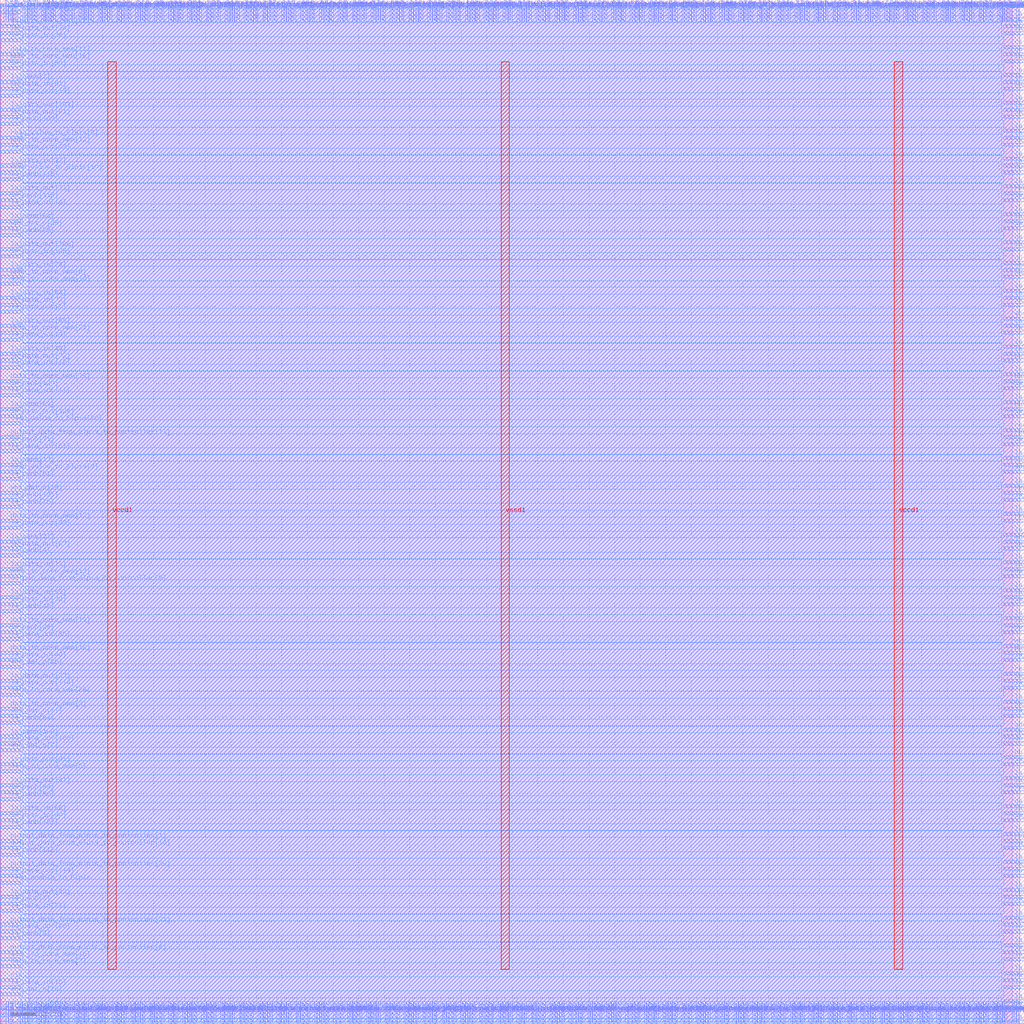
<source format=lef>
VERSION 5.7 ;
  NOWIREEXTENSIONATPIN ON ;
  DIVIDERCHAR "/" ;
  BUSBITCHARS "[]" ;
MACRO chip_controller
  CLASS BLOCK ;
  FOREIGN chip_controller ;
  ORIGIN 0.000 0.000 ;
  SIZE 200.000 BY 200.000 ;
  PIN addr_to_core_mem[0]
    DIRECTION OUTPUT TRISTATE ;
    USE SIGNAL ;
    PORT
      LAYER met2 ;
        RECT 142.690 196.000 142.970 200.000 ;
    END
  END addr_to_core_mem[0]
  PIN addr_to_core_mem[10]
    DIRECTION OUTPUT TRISTATE ;
    USE SIGNAL ;
    PORT
      LAYER met3 ;
        RECT 0.000 144.200 4.000 144.800 ;
    END
  END addr_to_core_mem[10]
  PIN addr_to_core_mem[11]
    DIRECTION OUTPUT TRISTATE ;
    USE SIGNAL ;
    PORT
      LAYER met2 ;
        RECT 169.370 196.000 169.650 200.000 ;
    END
  END addr_to_core_mem[11]
  PIN addr_to_core_mem[12]
    DIRECTION OUTPUT TRISTATE ;
    USE SIGNAL ;
    PORT
      LAYER met3 ;
        RECT 0.000 171.400 4.000 172.000 ;
    END
  END addr_to_core_mem[12]
  PIN addr_to_core_mem[13]
    DIRECTION OUTPUT TRISTATE ;
    USE SIGNAL ;
    PORT
      LAYER met3 ;
        RECT 0.000 87.080 4.000 87.680 ;
    END
  END addr_to_core_mem[13]
  PIN addr_to_core_mem[14]
    DIRECTION OUTPUT TRISTATE ;
    USE SIGNAL ;
    PORT
      LAYER met3 ;
        RECT 196.000 107.480 200.000 108.080 ;
    END
  END addr_to_core_mem[14]
  PIN addr_to_core_mem[15]
    DIRECTION OUTPUT TRISTATE ;
    USE SIGNAL ;
    PORT
      LAYER met2 ;
        RECT 81.050 196.000 81.330 200.000 ;
    END
  END addr_to_core_mem[15]
  PIN addr_to_core_mem[16]
    DIRECTION OUTPUT TRISTATE ;
    USE SIGNAL ;
    PORT
      LAYER met3 ;
        RECT 0.000 12.280 4.000 12.880 ;
    END
  END addr_to_core_mem[16]
  PIN addr_to_core_mem[17]
    DIRECTION OUTPUT TRISTATE ;
    USE SIGNAL ;
    PORT
      LAYER met2 ;
        RECT 122.450 0.000 122.730 4.000 ;
    END
  END addr_to_core_mem[17]
  PIN addr_to_core_mem[18]
    DIRECTION OUTPUT TRISTATE ;
    USE SIGNAL ;
    PORT
      LAYER met3 ;
        RECT 0.000 187.720 4.000 188.320 ;
    END
  END addr_to_core_mem[18]
  PIN addr_to_core_mem[19]
    DIRECTION OUTPUT TRISTATE ;
    USE SIGNAL ;
    PORT
      LAYER met2 ;
        RECT 84.730 196.000 85.010 200.000 ;
    END
  END addr_to_core_mem[19]
  PIN addr_to_core_mem[1]
    DIRECTION OUTPUT TRISTATE ;
    USE SIGNAL ;
    PORT
      LAYER met2 ;
        RECT 120.610 196.000 120.890 200.000 ;
    END
  END addr_to_core_mem[1]
  PIN addr_to_core_mem[2]
    DIRECTION OUTPUT TRISTATE ;
    USE SIGNAL ;
    PORT
      LAYER met3 ;
        RECT 196.000 93.880 200.000 94.480 ;
    END
  END addr_to_core_mem[2]
  PIN addr_to_core_mem[3]
    DIRECTION OUTPUT TRISTATE ;
    USE SIGNAL ;
    PORT
      LAYER met3 ;
        RECT 196.000 57.160 200.000 57.760 ;
    END
  END addr_to_core_mem[3]
  PIN addr_to_core_mem[4]
    DIRECTION OUTPUT TRISTATE ;
    USE SIGNAL ;
    PORT
      LAYER met2 ;
        RECT 165.690 0.000 165.970 4.000 ;
    END
  END addr_to_core_mem[4]
  PIN addr_to_core_mem[5]
    DIRECTION OUTPUT TRISTATE ;
    USE SIGNAL ;
    PORT
      LAYER met2 ;
        RECT 25.850 0.000 26.130 4.000 ;
    END
  END addr_to_core_mem[5]
  PIN addr_to_core_mem[6]
    DIRECTION OUTPUT TRISTATE ;
    USE SIGNAL ;
    PORT
      LAYER met3 ;
        RECT 0.000 145.560 4.000 146.160 ;
    END
  END addr_to_core_mem[6]
  PIN addr_to_core_mem[7]
    DIRECTION OUTPUT TRISTATE ;
    USE SIGNAL ;
    PORT
      LAYER met2 ;
        RECT 35.050 196.000 35.330 200.000 ;
    END
  END addr_to_core_mem[7]
  PIN addr_to_core_mem[8]
    DIRECTION OUTPUT TRISTATE ;
    USE SIGNAL ;
    PORT
      LAYER met2 ;
        RECT 184.090 196.000 184.370 200.000 ;
    END
  END addr_to_core_mem[8]
  PIN addr_to_core_mem[9]
    DIRECTION OUTPUT TRISTATE ;
    USE SIGNAL ;
    PORT
      LAYER met2 ;
        RECT 185.010 196.000 185.290 200.000 ;
    END
  END addr_to_core_mem[9]
  PIN clk
    DIRECTION OUTPUT TRISTATE ;
    USE SIGNAL ;
    PORT
      LAYER met3 ;
        RECT 0.000 8.200 4.000 8.800 ;
    END
  END clk
  PIN data_to_core_mem[0]
    DIRECTION OUTPUT TRISTATE ;
    USE SIGNAL ;
    PORT
      LAYER met2 ;
        RECT 4.690 0.000 4.970 4.000 ;
    END
  END data_to_core_mem[0]
  PIN data_to_core_mem[10]
    DIRECTION OUTPUT TRISTATE ;
    USE SIGNAL ;
    PORT
      LAYER met3 ;
        RECT 196.000 152.360 200.000 152.960 ;
    END
  END data_to_core_mem[10]
  PIN data_to_core_mem[11]
    DIRECTION OUTPUT TRISTATE ;
    USE SIGNAL ;
    PORT
      LAYER met3 ;
        RECT 0.000 189.080 4.000 189.680 ;
    END
  END data_to_core_mem[11]
  PIN data_to_core_mem[12]
    DIRECTION OUTPUT TRISTATE ;
    USE SIGNAL ;
    PORT
      LAYER met3 ;
        RECT 0.000 97.960 4.000 98.560 ;
    END
  END data_to_core_mem[12]
  PIN data_to_core_mem[13]
    DIRECTION OUTPUT TRISTATE ;
    USE SIGNAL ;
    PORT
      LAYER met3 ;
        RECT 196.000 8.200 200.000 8.800 ;
    END
  END data_to_core_mem[13]
  PIN data_to_core_mem[14]
    DIRECTION OUTPUT TRISTATE ;
    USE SIGNAL ;
    PORT
      LAYER met3 ;
        RECT 196.000 54.440 200.000 55.040 ;
    END
  END data_to_core_mem[14]
  PIN data_to_core_mem[15]
    DIRECTION OUTPUT TRISTATE ;
    USE SIGNAL ;
    PORT
      LAYER met2 ;
        RECT 112.330 0.000 112.610 4.000 ;
    END
  END data_to_core_mem[15]
  PIN data_to_core_mem[16]
    DIRECTION OUTPUT TRISTATE ;
    USE SIGNAL ;
    PORT
      LAYER met2 ;
        RECT 33.210 0.000 33.490 4.000 ;
    END
  END data_to_core_mem[16]
  PIN data_to_core_mem[17]
    DIRECTION OUTPUT TRISTATE ;
    USE SIGNAL ;
    PORT
      LAYER met3 ;
        RECT 0.000 194.520 4.000 195.120 ;
    END
  END data_to_core_mem[17]
  PIN data_to_core_mem[18]
    DIRECTION OUTPUT TRISTATE ;
    USE SIGNAL ;
    PORT
      LAYER met3 ;
        RECT 0.000 72.120 4.000 72.720 ;
    END
  END data_to_core_mem[18]
  PIN data_to_core_mem[19]
    DIRECTION OUTPUT TRISTATE ;
    USE SIGNAL ;
    PORT
      LAYER met3 ;
        RECT 0.000 77.560 4.000 78.160 ;
    END
  END data_to_core_mem[19]
  PIN data_to_core_mem[1]
    DIRECTION OUTPUT TRISTATE ;
    USE SIGNAL ;
    PORT
      LAYER met2 ;
        RECT 45.170 196.000 45.450 200.000 ;
    END
  END data_to_core_mem[1]
  PIN data_to_core_mem[20]
    DIRECTION OUTPUT TRISTATE ;
    USE SIGNAL ;
    PORT
      LAYER met2 ;
        RECT 86.570 0.000 86.850 4.000 ;
    END
  END data_to_core_mem[20]
  PIN data_to_core_mem[21]
    DIRECTION OUTPUT TRISTATE ;
    USE SIGNAL ;
    PORT
      LAYER met2 ;
        RECT 76.450 0.000 76.730 4.000 ;
    END
  END data_to_core_mem[21]
  PIN data_to_core_mem[22]
    DIRECTION OUTPUT TRISTATE ;
    USE SIGNAL ;
    PORT
      LAYER met3 ;
        RECT 196.000 42.200 200.000 42.800 ;
    END
  END data_to_core_mem[22]
  PIN data_to_core_mem[23]
    DIRECTION OUTPUT TRISTATE ;
    USE SIGNAL ;
    PORT
      LAYER met3 ;
        RECT 196.000 87.080 200.000 87.680 ;
    END
  END data_to_core_mem[23]
  PIN data_to_core_mem[24]
    DIRECTION OUTPUT TRISTATE ;
    USE SIGNAL ;
    PORT
      LAYER met3 ;
        RECT 0.000 134.680 4.000 135.280 ;
    END
  END data_to_core_mem[24]
  PIN data_to_core_mem[25]
    DIRECTION OUTPUT TRISTATE ;
    USE SIGNAL ;
    PORT
      LAYER met3 ;
        RECT 0.000 125.160 4.000 125.760 ;
    END
  END data_to_core_mem[25]
  PIN data_to_core_mem[26]
    DIRECTION OUTPUT TRISTATE ;
    USE SIGNAL ;
    PORT
      LAYER met2 ;
        RECT 163.850 0.000 164.130 4.000 ;
    END
  END data_to_core_mem[26]
  PIN data_to_core_mem[27]
    DIRECTION OUTPUT TRISTATE ;
    USE SIGNAL ;
    PORT
      LAYER met2 ;
        RECT 20.330 196.000 20.610 200.000 ;
    END
  END data_to_core_mem[27]
  PIN data_to_core_mem[28]
    DIRECTION OUTPUT TRISTATE ;
    USE SIGNAL ;
    PORT
      LAYER met2 ;
        RECT 148.210 196.000 148.490 200.000 ;
    END
  END data_to_core_mem[28]
  PIN data_to_core_mem[29]
    DIRECTION OUTPUT TRISTATE ;
    USE SIGNAL ;
    PORT
      LAYER met3 ;
        RECT 0.000 63.960 4.000 64.560 ;
    END
  END data_to_core_mem[29]
  PIN data_to_core_mem[2]
    DIRECTION OUTPUT TRISTATE ;
    USE SIGNAL ;
    PORT
      LAYER met3 ;
        RECT 0.000 10.920 4.000 11.520 ;
    END
  END data_to_core_mem[2]
  PIN data_to_core_mem[30]
    DIRECTION OUTPUT TRISTATE ;
    USE SIGNAL ;
    PORT
      LAYER met2 ;
        RECT 88.410 196.000 88.690 200.000 ;
    END
  END data_to_core_mem[30]
  PIN data_to_core_mem[31]
    DIRECTION OUTPUT TRISTATE ;
    USE SIGNAL ;
    PORT
      LAYER met3 ;
        RECT 196.000 72.120 200.000 72.720 ;
    END
  END data_to_core_mem[31]
  PIN data_to_core_mem[3]
    DIRECTION OUTPUT TRISTATE ;
    USE SIGNAL ;
    PORT
      LAYER met3 ;
        RECT 0.000 61.240 4.000 61.840 ;
    END
  END data_to_core_mem[3]
  PIN data_to_core_mem[4]
    DIRECTION OUTPUT TRISTATE ;
    USE SIGNAL ;
    PORT
      LAYER met2 ;
        RECT 136.250 0.000 136.530 4.000 ;
    END
  END data_to_core_mem[4]
  PIN data_to_core_mem[5]
    DIRECTION OUTPUT TRISTATE ;
    USE SIGNAL ;
    PORT
      LAYER met3 ;
        RECT 0.000 49.000 4.000 49.600 ;
    END
  END data_to_core_mem[5]
  PIN data_to_core_mem[6]
    DIRECTION OUTPUT TRISTATE ;
    USE SIGNAL ;
    PORT
      LAYER met2 ;
        RECT 73.690 0.000 73.970 4.000 ;
    END
  END data_to_core_mem[6]
  PIN data_to_core_mem[7]
    DIRECTION OUTPUT TRISTATE ;
    USE SIGNAL ;
    PORT
      LAYER met2 ;
        RECT 58.050 0.000 58.330 4.000 ;
    END
  END data_to_core_mem[7]
  PIN data_to_core_mem[8]
    DIRECTION OUTPUT TRISTATE ;
    USE SIGNAL ;
    PORT
      LAYER met3 ;
        RECT 196.000 125.160 200.000 125.760 ;
    END
  END data_to_core_mem[8]
  PIN data_to_core_mem[9]
    DIRECTION OUTPUT TRISTATE ;
    USE SIGNAL ;
    PORT
      LAYER met2 ;
        RECT 48.850 196.000 49.130 200.000 ;
    END
  END data_to_core_mem[9]
  PIN is_loading_memory_into_core
    DIRECTION OUTPUT TRISTATE ;
    USE SIGNAL ;
    PORT
      LAYER met2 ;
        RECT 48.850 0.000 49.130 4.000 ;
    END
  END is_loading_memory_into_core
  PIN la_data_in[0]
    DIRECTION INPUT ;
    USE SIGNAL ;
    PORT
      LAYER met2 ;
        RECT 27.690 196.000 27.970 200.000 ;
    END
  END la_data_in[0]
  PIN la_data_in[100]
    DIRECTION INPUT ;
    USE SIGNAL ;
    PORT
      LAYER met2 ;
        RECT 59.890 0.000 60.170 4.000 ;
    END
  END la_data_in[100]
  PIN la_data_in[101]
    DIRECTION INPUT ;
    USE SIGNAL ;
    PORT
      LAYER met2 ;
        RECT 145.450 0.000 145.730 4.000 ;
    END
  END la_data_in[101]
  PIN la_data_in[102]
    DIRECTION INPUT ;
    USE SIGNAL ;
    PORT
      LAYER met2 ;
        RECT 87.490 0.000 87.770 4.000 ;
    END
  END la_data_in[102]
  PIN la_data_in[103]
    DIRECTION INPUT ;
    USE SIGNAL ;
    PORT
      LAYER met2 ;
        RECT 196.050 0.000 196.330 4.000 ;
    END
  END la_data_in[103]
  PIN la_data_in[104]
    DIRECTION INPUT ;
    USE SIGNAL ;
    PORT
      LAYER met2 ;
        RECT 141.770 196.000 142.050 200.000 ;
    END
  END la_data_in[104]
  PIN la_data_in[105]
    DIRECTION INPUT ;
    USE SIGNAL ;
    PORT
      LAYER met3 ;
        RECT 196.000 140.120 200.000 140.720 ;
    END
  END la_data_in[105]
  PIN la_data_in[106]
    DIRECTION INPUT ;
    USE SIGNAL ;
    PORT
      LAYER met3 ;
        RECT 196.000 34.040 200.000 34.640 ;
    END
  END la_data_in[106]
  PIN la_data_in[107]
    DIRECTION INPUT ;
    USE SIGNAL ;
    PORT
      LAYER met3 ;
        RECT 196.000 12.280 200.000 12.880 ;
    END
  END la_data_in[107]
  PIN la_data_in[108]
    DIRECTION INPUT ;
    USE SIGNAL ;
    PORT
      LAYER met3 ;
        RECT 196.000 61.240 200.000 61.840 ;
    END
  END la_data_in[108]
  PIN la_data_in[109]
    DIRECTION INPUT ;
    USE SIGNAL ;
    PORT
      LAYER met3 ;
        RECT 196.000 9.560 200.000 10.160 ;
    END
  END la_data_in[109]
  PIN la_data_in[10]
    DIRECTION INPUT ;
    USE SIGNAL ;
    PORT
      LAYER met2 ;
        RECT 192.370 0.000 192.650 4.000 ;
    END
  END la_data_in[10]
  PIN la_data_in[110]
    DIRECTION INPUT ;
    USE SIGNAL ;
    PORT
      LAYER met3 ;
        RECT 196.000 47.640 200.000 48.240 ;
    END
  END la_data_in[110]
  PIN la_data_in[111]
    DIRECTION INPUT ;
    USE SIGNAL ;
    PORT
      LAYER met3 ;
        RECT 0.000 122.440 4.000 123.040 ;
    END
  END la_data_in[111]
  PIN la_data_in[112]
    DIRECTION INPUT ;
    USE SIGNAL ;
    PORT
      LAYER met3 ;
        RECT 0.000 127.880 4.000 128.480 ;
    END
  END la_data_in[112]
  PIN la_data_in[113]
    DIRECTION INPUT ;
    USE SIGNAL ;
    PORT
      LAYER met2 ;
        RECT 126.130 0.000 126.410 4.000 ;
    END
  END la_data_in[113]
  PIN la_data_in[114]
    DIRECTION INPUT ;
    USE SIGNAL ;
    PORT
      LAYER met3 ;
        RECT 196.000 141.480 200.000 142.080 ;
    END
  END la_data_in[114]
  PIN la_data_in[115]
    DIRECTION INPUT ;
    USE SIGNAL ;
    PORT
      LAYER met2 ;
        RECT 19.410 0.000 19.690 4.000 ;
    END
  END la_data_in[115]
  PIN la_data_in[116]
    DIRECTION INPUT ;
    USE SIGNAL ;
    PORT
      LAYER met2 ;
        RECT 116.930 196.000 117.210 200.000 ;
    END
  END la_data_in[116]
  PIN la_data_in[117]
    DIRECTION INPUT ;
    USE SIGNAL ;
    PORT
      LAYER met2 ;
        RECT 77.370 0.000 77.650 4.000 ;
    END
  END la_data_in[117]
  PIN la_data_in[118]
    DIRECTION INPUT ;
    USE SIGNAL ;
    PORT
      LAYER met2 ;
        RECT 163.850 196.000 164.130 200.000 ;
    END
  END la_data_in[118]
  PIN la_data_in[119]
    DIRECTION INPUT ;
    USE SIGNAL ;
    PORT
      LAYER met3 ;
        RECT 196.000 104.760 200.000 105.360 ;
    END
  END la_data_in[119]
  PIN la_data_in[11]
    DIRECTION INPUT ;
    USE SIGNAL ;
    PORT
      LAYER met3 ;
        RECT 196.000 118.360 200.000 118.960 ;
    END
  END la_data_in[11]
  PIN la_data_in[120]
    DIRECTION INPUT ;
    USE SIGNAL ;
    PORT
      LAYER met2 ;
        RECT 61.730 0.000 62.010 4.000 ;
    END
  END la_data_in[120]
  PIN la_data_in[121]
    DIRECTION INPUT ;
    USE SIGNAL ;
    PORT
      LAYER met2 ;
        RECT 139.010 196.000 139.290 200.000 ;
    END
  END la_data_in[121]
  PIN la_data_in[122]
    DIRECTION INPUT ;
    USE SIGNAL ;
    PORT
      LAYER met2 ;
        RECT 56.210 196.000 56.490 200.000 ;
    END
  END la_data_in[122]
  PIN la_data_in[123]
    DIRECTION INPUT ;
    USE SIGNAL ;
    PORT
      LAYER met3 ;
        RECT 196.000 178.200 200.000 178.800 ;
    END
  END la_data_in[123]
  PIN la_data_in[124]
    DIRECTION INPUT ;
    USE SIGNAL ;
    PORT
      LAYER met2 ;
        RECT 105.890 196.000 106.170 200.000 ;
    END
  END la_data_in[124]
  PIN la_data_in[125]
    DIRECTION INPUT ;
    USE SIGNAL ;
    PORT
      LAYER met3 ;
        RECT 0.000 149.640 4.000 150.240 ;
    END
  END la_data_in[125]
  PIN la_data_in[126]
    DIRECTION INPUT ;
    USE SIGNAL ;
    PORT
      LAYER met3 ;
        RECT 0.000 197.240 4.000 197.840 ;
    END
  END la_data_in[126]
  PIN la_data_in[127]
    DIRECTION INPUT ;
    USE SIGNAL ;
    PORT
      LAYER met2 ;
        RECT 92.090 0.000 92.370 4.000 ;
    END
  END la_data_in[127]
  PIN la_data_in[12]
    DIRECTION INPUT ;
    USE SIGNAL ;
    PORT
      LAYER met2 ;
        RECT 50.690 0.000 50.970 4.000 ;
    END
  END la_data_in[12]
  PIN la_data_in[13]
    DIRECTION INPUT ;
    USE SIGNAL ;
    PORT
      LAYER met2 ;
        RECT 167.530 196.000 167.810 200.000 ;
    END
  END la_data_in[13]
  PIN la_data_in[14]
    DIRECTION INPUT ;
    USE SIGNAL ;
    PORT
      LAYER met3 ;
        RECT 0.000 159.160 4.000 159.760 ;
    END
  END la_data_in[14]
  PIN la_data_in[15]
    DIRECTION INPUT ;
    USE SIGNAL ;
    PORT
      LAYER met2 ;
        RECT 116.010 196.000 116.290 200.000 ;
    END
  END la_data_in[15]
  PIN la_data_in[16]
    DIRECTION INPUT ;
    USE SIGNAL ;
    PORT
      LAYER met2 ;
        RECT 161.090 196.000 161.370 200.000 ;
    END
  END la_data_in[16]
  PIN la_data_in[17]
    DIRECTION INPUT ;
    USE SIGNAL ;
    PORT
      LAYER met3 ;
        RECT 196.000 70.760 200.000 71.360 ;
    END
  END la_data_in[17]
  PIN la_data_in[18]
    DIRECTION INPUT ;
    USE SIGNAL ;
    PORT
      LAYER met2 ;
        RECT 70.930 196.000 71.210 200.000 ;
    END
  END la_data_in[18]
  PIN la_data_in[19]
    DIRECTION INPUT ;
    USE SIGNAL ;
    PORT
      LAYER met2 ;
        RECT 46.090 196.000 46.370 200.000 ;
    END
  END la_data_in[19]
  PIN la_data_in[1]
    DIRECTION INPUT ;
    USE SIGNAL ;
    PORT
      LAYER met2 ;
        RECT 78.290 196.000 78.570 200.000 ;
    END
  END la_data_in[1]
  PIN la_data_in[20]
    DIRECTION INPUT ;
    USE SIGNAL ;
    PORT
      LAYER met2 ;
        RECT 177.650 196.000 177.930 200.000 ;
    END
  END la_data_in[20]
  PIN la_data_in[21]
    DIRECTION INPUT ;
    USE SIGNAL ;
    PORT
      LAYER met2 ;
        RECT 191.450 0.000 191.730 4.000 ;
    END
  END la_data_in[21]
  PIN la_data_in[22]
    DIRECTION INPUT ;
    USE SIGNAL ;
    PORT
      LAYER met2 ;
        RECT 59.890 196.000 60.170 200.000 ;
    END
  END la_data_in[22]
  PIN la_data_in[23]
    DIRECTION INPUT ;
    USE SIGNAL ;
    PORT
      LAYER met3 ;
        RECT 0.000 88.440 4.000 89.040 ;
    END
  END la_data_in[23]
  PIN la_data_in[24]
    DIRECTION INPUT ;
    USE SIGNAL ;
    PORT
      LAYER met3 ;
        RECT 0.000 146.920 4.000 147.520 ;
    END
  END la_data_in[24]
  PIN la_data_in[25]
    DIRECTION INPUT ;
    USE SIGNAL ;
    PORT
      LAYER met2 ;
        RECT 34.130 196.000 34.410 200.000 ;
    END
  END la_data_in[25]
  PIN la_data_in[26]
    DIRECTION INPUT ;
    USE SIGNAL ;
    PORT
      LAYER met2 ;
        RECT 94.850 196.000 95.130 200.000 ;
    END
  END la_data_in[26]
  PIN la_data_in[27]
    DIRECTION INPUT ;
    USE SIGNAL ;
    PORT
      LAYER met2 ;
        RECT 90.250 0.000 90.530 4.000 ;
    END
  END la_data_in[27]
  PIN la_data_in[28]
    DIRECTION INPUT ;
    USE SIGNAL ;
    PORT
      LAYER met3 ;
        RECT 196.000 4.120 200.000 4.720 ;
    END
  END la_data_in[28]
  PIN la_data_in[29]
    DIRECTION INPUT ;
    USE SIGNAL ;
    PORT
      LAYER met2 ;
        RECT 94.850 0.000 95.130 4.000 ;
    END
  END la_data_in[29]
  PIN la_data_in[2]
    DIRECTION INPUT ;
    USE SIGNAL ;
    PORT
      LAYER met2 ;
        RECT 112.330 196.000 112.610 200.000 ;
    END
  END la_data_in[2]
  PIN la_data_in[30]
    DIRECTION INPUT ;
    USE SIGNAL ;
    PORT
      LAYER met3 ;
        RECT 196.000 81.640 200.000 82.240 ;
    END
  END la_data_in[30]
  PIN la_data_in[31]
    DIRECTION INPUT ;
    USE SIGNAL ;
    PORT
      LAYER met2 ;
        RECT 41.490 196.000 41.770 200.000 ;
    END
  END la_data_in[31]
  PIN la_data_in[32]
    DIRECTION INPUT ;
    USE SIGNAL ;
    PORT
      LAYER met3 ;
        RECT 0.000 81.640 4.000 82.240 ;
    END
  END la_data_in[32]
  PIN la_data_in[33]
    DIRECTION INPUT ;
    USE SIGNAL ;
    PORT
      LAYER met2 ;
        RECT 151.890 0.000 152.170 4.000 ;
    END
  END la_data_in[33]
  PIN la_data_in[34]
    DIRECTION INPUT ;
    USE SIGNAL ;
    PORT
      LAYER met3 ;
        RECT 0.000 191.800 4.000 192.400 ;
    END
  END la_data_in[34]
  PIN la_data_in[35]
    DIRECTION INPUT ;
    USE SIGNAL ;
    PORT
      LAYER met2 ;
        RECT 31.370 0.000 31.650 4.000 ;
    END
  END la_data_in[35]
  PIN la_data_in[36]
    DIRECTION INPUT ;
    USE SIGNAL ;
    PORT
      LAYER met2 ;
        RECT 44.250 196.000 44.530 200.000 ;
    END
  END la_data_in[36]
  PIN la_data_in[37]
    DIRECTION INPUT ;
    USE SIGNAL ;
    PORT
      LAYER met3 ;
        RECT 0.000 167.320 4.000 167.920 ;
    END
  END la_data_in[37]
  PIN la_data_in[38]
    DIRECTION INPUT ;
    USE SIGNAL ;
    PORT
      LAYER met2 ;
        RECT 173.970 196.000 174.250 200.000 ;
    END
  END la_data_in[38]
  PIN la_data_in[39]
    DIRECTION INPUT ;
    USE SIGNAL ;
    PORT
      LAYER met3 ;
        RECT 196.000 183.640 200.000 184.240 ;
    END
  END la_data_in[39]
  PIN la_data_in[3]
    DIRECTION INPUT ;
    USE SIGNAL ;
    PORT
      LAYER met2 ;
        RECT 80.130 196.000 80.410 200.000 ;
    END
  END la_data_in[3]
  PIN la_data_in[40]
    DIRECTION INPUT ;
    USE SIGNAL ;
    PORT
      LAYER met3 ;
        RECT 0.000 70.760 4.000 71.360 ;
    END
  END la_data_in[40]
  PIN la_data_in[41]
    DIRECTION INPUT ;
    USE SIGNAL ;
    PORT
      LAYER met2 ;
        RECT 185.930 196.000 186.210 200.000 ;
    END
  END la_data_in[41]
  PIN la_data_in[42]
    DIRECTION INPUT ;
    USE SIGNAL ;
    PORT
      LAYER met2 ;
        RECT 125.210 196.000 125.490 200.000 ;
    END
  END la_data_in[42]
  PIN la_data_in[43]
    DIRECTION INPUT ;
    USE SIGNAL ;
    PORT
      LAYER met3 ;
        RECT 196.000 78.920 200.000 79.520 ;
    END
  END la_data_in[43]
  PIN la_data_in[44]
    DIRECTION INPUT ;
    USE SIGNAL ;
    PORT
      LAYER met3 ;
        RECT 196.000 160.520 200.000 161.120 ;
    END
  END la_data_in[44]
  PIN la_data_in[45]
    DIRECTION INPUT ;
    USE SIGNAL ;
    PORT
      LAYER met2 ;
        RECT 128.890 196.000 129.170 200.000 ;
    END
  END la_data_in[45]
  PIN la_data_in[46]
    DIRECTION INPUT ;
    USE SIGNAL ;
    PORT
      LAYER met3 ;
        RECT 196.000 92.520 200.000 93.120 ;
    END
  END la_data_in[46]
  PIN la_data_in[47]
    DIRECTION INPUT ;
    USE SIGNAL ;
    PORT
      LAYER met2 ;
        RECT 70.010 196.000 70.290 200.000 ;
    END
  END la_data_in[47]
  PIN la_data_in[48]
    DIRECTION INPUT ;
    USE SIGNAL ;
    PORT
      LAYER met2 ;
        RECT 176.730 196.000 177.010 200.000 ;
    END
  END la_data_in[48]
  PIN la_data_in[49]
    DIRECTION INPUT ;
    USE SIGNAL ;
    PORT
      LAYER met3 ;
        RECT 0.000 130.600 4.000 131.200 ;
    END
  END la_data_in[49]
  PIN la_data_in[4]
    DIRECTION INPUT ;
    USE SIGNAL ;
    PORT
      LAYER met2 ;
        RECT 104.050 0.000 104.330 4.000 ;
    END
  END la_data_in[4]
  PIN la_data_in[50]
    DIRECTION INPUT ;
    USE SIGNAL ;
    PORT
      LAYER met3 ;
        RECT 0.000 186.360 4.000 186.960 ;
    END
  END la_data_in[50]
  PIN la_data_in[51]
    DIRECTION INPUT ;
    USE SIGNAL ;
    PORT
      LAYER met3 ;
        RECT 0.000 182.280 4.000 182.880 ;
    END
  END la_data_in[51]
  PIN la_data_in[52]
    DIRECTION INPUT ;
    USE SIGNAL ;
    PORT
      LAYER met2 ;
        RECT 58.970 0.000 59.250 4.000 ;
    END
  END la_data_in[52]
  PIN la_data_in[53]
    DIRECTION INPUT ;
    USE SIGNAL ;
    PORT
      LAYER met2 ;
        RECT 182.250 196.000 182.530 200.000 ;
    END
  END la_data_in[53]
  PIN la_data_in[54]
    DIRECTION INPUT ;
    USE SIGNAL ;
    PORT
      LAYER met2 ;
        RECT 1.010 196.000 1.290 200.000 ;
    END
  END la_data_in[54]
  PIN la_data_in[55]
    DIRECTION INPUT ;
    USE SIGNAL ;
    PORT
      LAYER met2 ;
        RECT 171.210 196.000 171.490 200.000 ;
    END
  END la_data_in[55]
  PIN la_data_in[56]
    DIRECTION INPUT ;
    USE SIGNAL ;
    PORT
      LAYER met2 ;
        RECT 109.570 0.000 109.850 4.000 ;
    END
  END la_data_in[56]
  PIN la_data_in[57]
    DIRECTION INPUT ;
    USE SIGNAL ;
    PORT
      LAYER met3 ;
        RECT 196.000 40.840 200.000 41.440 ;
    END
  END la_data_in[57]
  PIN la_data_in[58]
    DIRECTION INPUT ;
    USE SIGNAL ;
    PORT
      LAYER met2 ;
        RECT 166.610 196.000 166.890 200.000 ;
    END
  END la_data_in[58]
  PIN la_data_in[59]
    DIRECTION INPUT ;
    USE SIGNAL ;
    PORT
      LAYER met3 ;
        RECT 0.000 83.000 4.000 83.600 ;
    END
  END la_data_in[59]
  PIN la_data_in[5]
    DIRECTION INPUT ;
    USE SIGNAL ;
    PORT
      LAYER met2 ;
        RECT 159.250 0.000 159.530 4.000 ;
    END
  END la_data_in[5]
  PIN la_data_in[60]
    DIRECTION INPUT ;
    USE SIGNAL ;
    PORT
      LAYER met3 ;
        RECT 0.000 40.840 4.000 41.440 ;
    END
  END la_data_in[60]
  PIN la_data_in[61]
    DIRECTION INPUT ;
    USE SIGNAL ;
    PORT
      LAYER met3 ;
        RECT 0.000 1.400 4.000 2.000 ;
    END
  END la_data_in[61]
  PIN la_data_in[62]
    DIRECTION INPUT ;
    USE SIGNAL ;
    PORT
      LAYER met2 ;
        RECT 99.450 196.000 99.730 200.000 ;
    END
  END la_data_in[62]
  PIN la_data_in[63]
    DIRECTION INPUT ;
    USE SIGNAL ;
    PORT
      LAYER met2 ;
        RECT 155.570 0.000 155.850 4.000 ;
    END
  END la_data_in[63]
  PIN la_data_in[64]
    DIRECTION INPUT ;
    USE SIGNAL ;
    PORT
      LAYER met3 ;
        RECT 0.000 141.480 4.000 142.080 ;
    END
  END la_data_in[64]
  PIN la_data_in[65]
    DIRECTION INPUT ;
    USE SIGNAL ;
    PORT
      LAYER met2 ;
        RECT 71.850 0.000 72.130 4.000 ;
    END
  END la_data_in[65]
  PIN la_data_in[66]
    DIRECTION INPUT ;
    USE SIGNAL ;
    PORT
      LAYER met3 ;
        RECT 196.000 126.520 200.000 127.120 ;
    END
  END la_data_in[66]
  PIN la_data_in[67]
    DIRECTION INPUT ;
    USE SIGNAL ;
    PORT
      LAYER met2 ;
        RECT 181.330 0.000 181.610 4.000 ;
    END
  END la_data_in[67]
  PIN la_data_in[68]
    DIRECTION INPUT ;
    USE SIGNAL ;
    PORT
      LAYER met2 ;
        RECT 162.010 0.000 162.290 4.000 ;
    END
  END la_data_in[68]
  PIN la_data_in[69]
    DIRECTION INPUT ;
    USE SIGNAL ;
    PORT
      LAYER met2 ;
        RECT 55.290 196.000 55.570 200.000 ;
    END
  END la_data_in[69]
  PIN la_data_in[6]
    DIRECTION INPUT ;
    USE SIGNAL ;
    PORT
      LAYER met2 ;
        RECT 133.490 0.000 133.770 4.000 ;
    END
  END la_data_in[6]
  PIN la_data_in[70]
    DIRECTION INPUT ;
    USE SIGNAL ;
    PORT
      LAYER met3 ;
        RECT 196.000 83.000 200.000 83.600 ;
    END
  END la_data_in[70]
  PIN la_data_in[71]
    DIRECTION INPUT ;
    USE SIGNAL ;
    PORT
      LAYER met3 ;
        RECT 0.000 21.800 4.000 22.400 ;
    END
  END la_data_in[71]
  PIN la_data_in[72]
    DIRECTION INPUT ;
    USE SIGNAL ;
    PORT
      LAYER met3 ;
        RECT 196.000 88.440 200.000 89.040 ;
    END
  END la_data_in[72]
  PIN la_data_in[73]
    DIRECTION INPUT ;
    USE SIGNAL ;
    PORT
      LAYER met3 ;
        RECT 0.000 140.120 4.000 140.720 ;
    END
  END la_data_in[73]
  PIN la_data_in[74]
    DIRECTION INPUT ;
    USE SIGNAL ;
    PORT
      LAYER met3 ;
        RECT 196.000 89.800 200.000 90.400 ;
    END
  END la_data_in[74]
  PIN la_data_in[75]
    DIRECTION INPUT ;
    USE SIGNAL ;
    PORT
      LAYER met3 ;
        RECT 0.000 6.840 4.000 7.440 ;
    END
  END la_data_in[75]
  PIN la_data_in[76]
    DIRECTION INPUT ;
    USE SIGNAL ;
    PORT
      LAYER met3 ;
        RECT 196.000 99.320 200.000 99.920 ;
    END
  END la_data_in[76]
  PIN la_data_in[77]
    DIRECTION INPUT ;
    USE SIGNAL ;
    PORT
      LAYER met2 ;
        RECT 38.730 196.000 39.010 200.000 ;
    END
  END la_data_in[77]
  PIN la_data_in[78]
    DIRECTION INPUT ;
    USE SIGNAL ;
    PORT
      LAYER met2 ;
        RECT 108.650 0.000 108.930 4.000 ;
    END
  END la_data_in[78]
  PIN la_data_in[79]
    DIRECTION INPUT ;
    USE SIGNAL ;
    PORT
      LAYER met3 ;
        RECT 0.000 133.320 4.000 133.920 ;
    END
  END la_data_in[79]
  PIN la_data_in[7]
    DIRECTION INPUT ;
    USE SIGNAL ;
    PORT
      LAYER met3 ;
        RECT 196.000 39.480 200.000 40.080 ;
    END
  END la_data_in[7]
  PIN la_data_in[80]
    DIRECTION INPUT ;
    USE SIGNAL ;
    PORT
      LAYER met2 ;
        RECT 89.330 196.000 89.610 200.000 ;
    END
  END la_data_in[80]
  PIN la_data_in[81]
    DIRECTION INPUT ;
    USE SIGNAL ;
    PORT
      LAYER met2 ;
        RECT 198.810 0.000 199.090 4.000 ;
    END
  END la_data_in[81]
  PIN la_data_in[82]
    DIRECTION INPUT ;
    USE SIGNAL ;
    PORT
      LAYER met2 ;
        RECT 85.650 196.000 85.930 200.000 ;
    END
  END la_data_in[82]
  PIN la_data_in[83]
    DIRECTION INPUT ;
    USE SIGNAL ;
    PORT
      LAYER met2 ;
        RECT 51.610 0.000 51.890 4.000 ;
    END
  END la_data_in[83]
  PIN la_data_in[84]
    DIRECTION INPUT ;
    USE SIGNAL ;
    PORT
      LAYER met3 ;
        RECT 196.000 198.600 200.000 199.200 ;
    END
  END la_data_in[84]
  PIN la_data_in[85]
    DIRECTION INPUT ;
    USE SIGNAL ;
    PORT
      LAYER met2 ;
        RECT 104.970 0.000 105.250 4.000 ;
    END
  END la_data_in[85]
  PIN la_data_in[86]
    DIRECTION INPUT ;
    USE SIGNAL ;
    PORT
      LAYER met2 ;
        RECT 195.130 196.000 195.410 200.000 ;
    END
  END la_data_in[86]
  PIN la_data_in[87]
    DIRECTION INPUT ;
    USE SIGNAL ;
    PORT
      LAYER met3 ;
        RECT 196.000 6.840 200.000 7.440 ;
    END
  END la_data_in[87]
  PIN la_data_in[88]
    DIRECTION INPUT ;
    USE SIGNAL ;
    PORT
      LAYER met3 ;
        RECT 196.000 142.840 200.000 143.440 ;
    END
  END la_data_in[88]
  PIN la_data_in[89]
    DIRECTION INPUT ;
    USE SIGNAL ;
    PORT
      LAYER met3 ;
        RECT 0.000 39.480 4.000 40.080 ;
    END
  END la_data_in[89]
  PIN la_data_in[8]
    DIRECTION INPUT ;
    USE SIGNAL ;
    PORT
      LAYER met2 ;
        RECT 138.090 0.000 138.370 4.000 ;
    END
  END la_data_in[8]
  PIN la_data_in[90]
    DIRECTION INPUT ;
    USE SIGNAL ;
    PORT
      LAYER met2 ;
        RECT 47.930 0.000 48.210 4.000 ;
    END
  END la_data_in[90]
  PIN la_data_in[91]
    DIRECTION INPUT ;
    USE SIGNAL ;
    PORT
      LAYER met3 ;
        RECT 196.000 59.880 200.000 60.480 ;
    END
  END la_data_in[91]
  PIN la_data_in[92]
    DIRECTION INPUT ;
    USE SIGNAL ;
    PORT
      LAYER met2 ;
        RECT 149.130 0.000 149.410 4.000 ;
    END
  END la_data_in[92]
  PIN la_data_in[93]
    DIRECTION INPUT ;
    USE SIGNAL ;
    PORT
      LAYER met3 ;
        RECT 196.000 121.080 200.000 121.680 ;
    END
  END la_data_in[93]
  PIN la_data_in[94]
    DIRECTION INPUT ;
    USE SIGNAL ;
    PORT
      LAYER met2 ;
        RECT 116.930 0.000 117.210 4.000 ;
    END
  END la_data_in[94]
  PIN la_data_in[95]
    DIRECTION INPUT ;
    USE SIGNAL ;
    PORT
      LAYER met2 ;
        RECT 123.370 196.000 123.650 200.000 ;
    END
  END la_data_in[95]
  PIN la_data_in[96]
    DIRECTION INPUT ;
    USE SIGNAL ;
    PORT
      LAYER met3 ;
        RECT 196.000 167.320 200.000 167.920 ;
    END
  END la_data_in[96]
  PIN la_data_in[97]
    DIRECTION INPUT ;
    USE SIGNAL ;
    PORT
      LAYER met2 ;
        RECT 24.010 0.000 24.290 4.000 ;
    END
  END la_data_in[97]
  PIN la_data_in[98]
    DIRECTION INPUT ;
    USE SIGNAL ;
    PORT
      LAYER met2 ;
        RECT 162.930 0.000 163.210 4.000 ;
    END
  END la_data_in[98]
  PIN la_data_in[99]
    DIRECTION INPUT ;
    USE SIGNAL ;
    PORT
      LAYER met2 ;
        RECT 49.770 196.000 50.050 200.000 ;
    END
  END la_data_in[99]
  PIN la_data_in[9]
    DIRECTION INPUT ;
    USE SIGNAL ;
    PORT
      LAYER met2 ;
        RECT 150.970 0.000 151.250 4.000 ;
    END
  END la_data_in[9]
  PIN la_data_out[0]
    DIRECTION OUTPUT TRISTATE ;
    USE SIGNAL ;
    PORT
      LAYER met2 ;
        RECT 30.450 0.000 30.730 4.000 ;
    END
  END la_data_out[0]
  PIN la_data_out[100]
    DIRECTION OUTPUT TRISTATE ;
    USE SIGNAL ;
    PORT
      LAYER met3 ;
        RECT 0.000 54.440 4.000 55.040 ;
    END
  END la_data_out[100]
  PIN la_data_out[101]
    DIRECTION OUTPUT TRISTATE ;
    USE SIGNAL ;
    PORT
      LAYER met2 ;
        RECT 101.290 196.000 101.570 200.000 ;
    END
  END la_data_out[101]
  PIN la_data_out[102]
    DIRECTION OUTPUT TRISTATE ;
    USE SIGNAL ;
    PORT
      LAYER met3 ;
        RECT 196.000 187.720 200.000 188.320 ;
    END
  END la_data_out[102]
  PIN la_data_out[103]
    DIRECTION OUTPUT TRISTATE ;
    USE SIGNAL ;
    PORT
      LAYER met3 ;
        RECT 0.000 178.200 4.000 178.800 ;
    END
  END la_data_out[103]
  PIN la_data_out[104]
    DIRECTION OUTPUT TRISTATE ;
    USE SIGNAL ;
    PORT
      LAYER met2 ;
        RECT 193.290 196.000 193.570 200.000 ;
    END
  END la_data_out[104]
  PIN la_data_out[105]
    DIRECTION OUTPUT TRISTATE ;
    USE SIGNAL ;
    PORT
      LAYER met2 ;
        RECT 160.170 0.000 160.450 4.000 ;
    END
  END la_data_out[105]
  PIN la_data_out[106]
    DIRECTION OUTPUT TRISTATE ;
    USE SIGNAL ;
    PORT
      LAYER met2 ;
        RECT 8.370 196.000 8.650 200.000 ;
    END
  END la_data_out[106]
  PIN la_data_out[107]
    DIRECTION OUTPUT TRISTATE ;
    USE SIGNAL ;
    PORT
      LAYER met2 ;
        RECT 192.370 196.000 192.650 200.000 ;
    END
  END la_data_out[107]
  PIN la_data_out[108]
    DIRECTION OUTPUT TRISTATE ;
    USE SIGNAL ;
    PORT
      LAYER met3 ;
        RECT 0.000 151.000 4.000 151.600 ;
    END
  END la_data_out[108]
  PIN la_data_out[109]
    DIRECTION OUTPUT TRISTATE ;
    USE SIGNAL ;
    PORT
      LAYER met2 ;
        RECT 77.370 196.000 77.650 200.000 ;
    END
  END la_data_out[109]
  PIN la_data_out[10]
    DIRECTION OUTPUT TRISTATE ;
    USE SIGNAL ;
    PORT
      LAYER met3 ;
        RECT 196.000 84.360 200.000 84.960 ;
    END
  END la_data_out[10]
  PIN la_data_out[110]
    DIRECTION OUTPUT TRISTATE ;
    USE SIGNAL ;
    PORT
      LAYER met2 ;
        RECT 127.050 196.000 127.330 200.000 ;
    END
  END la_data_out[110]
  PIN la_data_out[111]
    DIRECTION OUTPUT TRISTATE ;
    USE SIGNAL ;
    PORT
      LAYER met2 ;
        RECT 195.130 0.000 195.410 4.000 ;
    END
  END la_data_out[111]
  PIN la_data_out[112]
    DIRECTION OUTPUT TRISTATE ;
    USE SIGNAL ;
    PORT
      LAYER met2 ;
        RECT 81.970 196.000 82.250 200.000 ;
    END
  END la_data_out[112]
  PIN la_data_out[113]
    DIRECTION OUTPUT TRISTATE ;
    USE SIGNAL ;
    PORT
      LAYER met2 ;
        RECT 2.850 196.000 3.130 200.000 ;
    END
  END la_data_out[113]
  PIN la_data_out[114]
    DIRECTION OUTPUT TRISTATE ;
    USE SIGNAL ;
    PORT
      LAYER met3 ;
        RECT 0.000 65.320 4.000 65.920 ;
    END
  END la_data_out[114]
  PIN la_data_out[115]
    DIRECTION OUTPUT TRISTATE ;
    USE SIGNAL ;
    PORT
      LAYER met2 ;
        RECT 60.810 196.000 61.090 200.000 ;
    END
  END la_data_out[115]
  PIN la_data_out[116]
    DIRECTION OUTPUT TRISTATE ;
    USE SIGNAL ;
    PORT
      LAYER met2 ;
        RECT 121.530 196.000 121.810 200.000 ;
    END
  END la_data_out[116]
  PIN la_data_out[117]
    DIRECTION OUTPUT TRISTATE ;
    USE SIGNAL ;
    PORT
      LAYER met3 ;
        RECT 0.000 198.600 4.000 199.200 ;
    END
  END la_data_out[117]
  PIN la_data_out[118]
    DIRECTION OUTPUT TRISTATE ;
    USE SIGNAL ;
    PORT
      LAYER met2 ;
        RECT 147.290 0.000 147.570 4.000 ;
    END
  END la_data_out[118]
  PIN la_data_out[119]
    DIRECTION OUTPUT TRISTATE ;
    USE SIGNAL ;
    PORT
      LAYER met3 ;
        RECT 0.000 28.600 4.000 29.200 ;
    END
  END la_data_out[119]
  PIN la_data_out[11]
    DIRECTION OUTPUT TRISTATE ;
    USE SIGNAL ;
    PORT
      LAYER met2 ;
        RECT 53.450 196.000 53.730 200.000 ;
    END
  END la_data_out[11]
  PIN la_data_out[120]
    DIRECTION OUTPUT TRISTATE ;
    USE SIGNAL ;
    PORT
      LAYER met2 ;
        RECT 176.730 0.000 177.010 4.000 ;
    END
  END la_data_out[120]
  PIN la_data_out[121]
    DIRECTION OUTPUT TRISTATE ;
    USE SIGNAL ;
    PORT
      LAYER met2 ;
        RECT 19.410 196.000 19.690 200.000 ;
    END
  END la_data_out[121]
  PIN la_data_out[122]
    DIRECTION OUTPUT TRISTATE ;
    USE SIGNAL ;
    PORT
      LAYER met2 ;
        RECT 117.850 196.000 118.130 200.000 ;
    END
  END la_data_out[122]
  PIN la_data_out[123]
    DIRECTION OUTPUT TRISTATE ;
    USE SIGNAL ;
    PORT
      LAYER met2 ;
        RECT 180.410 196.000 180.690 200.000 ;
    END
  END la_data_out[123]
  PIN la_data_out[124]
    DIRECTION OUTPUT TRISTATE ;
    USE SIGNAL ;
    PORT
      LAYER met3 ;
        RECT 0.000 118.360 4.000 118.960 ;
    END
  END la_data_out[124]
  PIN la_data_out[125]
    DIRECTION OUTPUT TRISTATE ;
    USE SIGNAL ;
    PORT
      LAYER met3 ;
        RECT 196.000 25.880 200.000 26.480 ;
    END
  END la_data_out[125]
  PIN la_data_out[126]
    DIRECTION OUTPUT TRISTATE ;
    USE SIGNAL ;
    PORT
      LAYER met2 ;
        RECT 67.250 196.000 67.530 200.000 ;
    END
  END la_data_out[126]
  PIN la_data_out[127]
    DIRECTION OUTPUT TRISTATE ;
    USE SIGNAL ;
    PORT
      LAYER met2 ;
        RECT 9.290 196.000 9.570 200.000 ;
    END
  END la_data_out[127]
  PIN la_data_out[12]
    DIRECTION OUTPUT TRISTATE ;
    USE SIGNAL ;
    PORT
      LAYER met3 ;
        RECT 196.000 23.160 200.000 23.760 ;
    END
  END la_data_out[12]
  PIN la_data_out[13]
    DIRECTION OUTPUT TRISTATE ;
    USE SIGNAL ;
    PORT
      LAYER met3 ;
        RECT 196.000 131.960 200.000 132.560 ;
    END
  END la_data_out[13]
  PIN la_data_out[14]
    DIRECTION OUTPUT TRISTATE ;
    USE SIGNAL ;
    PORT
      LAYER met2 ;
        RECT 105.890 0.000 106.170 4.000 ;
    END
  END la_data_out[14]
  PIN la_data_out[15]
    DIRECTION OUTPUT TRISTATE ;
    USE SIGNAL ;
    PORT
      LAYER met2 ;
        RECT 12.050 196.000 12.330 200.000 ;
    END
  END la_data_out[15]
  PIN la_data_out[16]
    DIRECTION OUTPUT TRISTATE ;
    USE SIGNAL ;
    PORT
      LAYER met3 ;
        RECT 196.000 95.240 200.000 95.840 ;
    END
  END la_data_out[16]
  PIN la_data_out[17]
    DIRECTION OUTPUT TRISTATE ;
    USE SIGNAL ;
    PORT
      LAYER met2 ;
        RECT 87.490 196.000 87.770 200.000 ;
    END
  END la_data_out[17]
  PIN la_data_out[18]
    DIRECTION OUTPUT TRISTATE ;
    USE SIGNAL ;
    PORT
      LAYER met2 ;
        RECT 127.050 0.000 127.330 4.000 ;
    END
  END la_data_out[18]
  PIN la_data_out[19]
    DIRECTION OUTPUT TRISTATE ;
    USE SIGNAL ;
    PORT
      LAYER met3 ;
        RECT 0.000 180.920 4.000 181.520 ;
    END
  END la_data_out[19]
  PIN la_data_out[1]
    DIRECTION OUTPUT TRISTATE ;
    USE SIGNAL ;
    PORT
      LAYER met3 ;
        RECT 196.000 29.960 200.000 30.560 ;
    END
  END la_data_out[1]
  PIN la_data_out[20]
    DIRECTION OUTPUT TRISTATE ;
    USE SIGNAL ;
    PORT
      LAYER met3 ;
        RECT 0.000 17.720 4.000 18.320 ;
    END
  END la_data_out[20]
  PIN la_data_out[21]
    DIRECTION OUTPUT TRISTATE ;
    USE SIGNAL ;
    PORT
      LAYER met2 ;
        RECT 66.330 0.000 66.610 4.000 ;
    END
  END la_data_out[21]
  PIN la_data_out[22]
    DIRECTION OUTPUT TRISTATE ;
    USE SIGNAL ;
    PORT
      LAYER met2 ;
        RECT 65.410 0.000 65.690 4.000 ;
    END
  END la_data_out[22]
  PIN la_data_out[23]
    DIRECTION OUTPUT TRISTATE ;
    USE SIGNAL ;
    PORT
      LAYER met3 ;
        RECT 196.000 145.560 200.000 146.160 ;
    END
  END la_data_out[23]
  PIN la_data_out[24]
    DIRECTION OUTPUT TRISTATE ;
    USE SIGNAL ;
    PORT
      LAYER met3 ;
        RECT 0.000 193.160 4.000 193.760 ;
    END
  END la_data_out[24]
  PIN la_data_out[25]
    DIRECTION OUTPUT TRISTATE ;
    USE SIGNAL ;
    PORT
      LAYER met2 ;
        RECT 22.170 0.000 22.450 4.000 ;
    END
  END la_data_out[25]
  PIN la_data_out[26]
    DIRECTION OUTPUT TRISTATE ;
    USE SIGNAL ;
    PORT
      LAYER met2 ;
        RECT 188.690 0.000 188.970 4.000 ;
    END
  END la_data_out[26]
  PIN la_data_out[27]
    DIRECTION OUTPUT TRISTATE ;
    USE SIGNAL ;
    PORT
      LAYER met2 ;
        RECT 168.450 0.000 168.730 4.000 ;
    END
  END la_data_out[27]
  PIN la_data_out[28]
    DIRECTION OUTPUT TRISTATE ;
    USE SIGNAL ;
    PORT
      LAYER met2 ;
        RECT 68.170 0.000 68.450 4.000 ;
    END
  END la_data_out[28]
  PIN la_data_out[29]
    DIRECTION OUTPUT TRISTATE ;
    USE SIGNAL ;
    PORT
      LAYER met2 ;
        RECT 158.330 0.000 158.610 4.000 ;
    END
  END la_data_out[29]
  PIN la_data_out[2]
    DIRECTION OUTPUT TRISTATE ;
    USE SIGNAL ;
    PORT
      LAYER met3 ;
        RECT 196.000 123.800 200.000 124.400 ;
    END
  END la_data_out[2]
  PIN la_data_out[30]
    DIRECTION OUTPUT TRISTATE ;
    USE SIGNAL ;
    PORT
      LAYER met2 ;
        RECT 127.970 0.000 128.250 4.000 ;
    END
  END la_data_out[30]
  PIN la_data_out[31]
    DIRECTION OUTPUT TRISTATE ;
    USE SIGNAL ;
    PORT
      LAYER met2 ;
        RECT 73.690 196.000 73.970 200.000 ;
    END
  END la_data_out[31]
  PIN la_data_out[32]
    DIRECTION OUTPUT TRISTATE ;
    USE SIGNAL ;
    PORT
      LAYER met2 ;
        RECT 154.650 0.000 154.930 4.000 ;
    END
  END la_data_out[32]
  PIN la_data_out[33]
    DIRECTION OUTPUT TRISTATE ;
    USE SIGNAL ;
    PORT
      LAYER met2 ;
        RECT 41.490 0.000 41.770 4.000 ;
    END
  END la_data_out[33]
  PIN la_data_out[34]
    DIRECTION OUTPUT TRISTATE ;
    USE SIGNAL ;
    PORT
      LAYER met3 ;
        RECT 196.000 0.040 200.000 0.640 ;
    END
  END la_data_out[34]
  PIN la_data_out[35]
    DIRECTION OUTPUT TRISTATE ;
    USE SIGNAL ;
    PORT
      LAYER met3 ;
        RECT 0.000 74.840 4.000 75.440 ;
    END
  END la_data_out[35]
  PIN la_data_out[36]
    DIRECTION OUTPUT TRISTATE ;
    USE SIGNAL ;
    PORT
      LAYER met2 ;
        RECT 187.770 0.000 188.050 4.000 ;
    END
  END la_data_out[36]
  PIN la_data_out[37]
    DIRECTION OUTPUT TRISTATE ;
    USE SIGNAL ;
    PORT
      LAYER met3 ;
        RECT 0.000 66.680 4.000 67.280 ;
    END
  END la_data_out[37]
  PIN la_data_out[38]
    DIRECTION OUTPUT TRISTATE ;
    USE SIGNAL ;
    PORT
      LAYER met2 ;
        RECT 96.690 196.000 96.970 200.000 ;
    END
  END la_data_out[38]
  PIN la_data_out[39]
    DIRECTION OUTPUT TRISTATE ;
    USE SIGNAL ;
    PORT
      LAYER met2 ;
        RECT 153.730 196.000 154.010 200.000 ;
    END
  END la_data_out[39]
  PIN la_data_out[3]
    DIRECTION OUTPUT TRISTATE ;
    USE SIGNAL ;
    PORT
      LAYER met2 ;
        RECT 108.650 196.000 108.930 200.000 ;
    END
  END la_data_out[3]
  PIN la_data_out[40]
    DIRECTION OUTPUT TRISTATE ;
    USE SIGNAL ;
    PORT
      LAYER met2 ;
        RECT 14.810 0.000 15.090 4.000 ;
    END
  END la_data_out[40]
  PIN la_data_out[41]
    DIRECTION OUTPUT TRISTATE ;
    USE SIGNAL ;
    PORT
      LAYER met3 ;
        RECT 0.000 46.280 4.000 46.880 ;
    END
  END la_data_out[41]
  PIN la_data_out[42]
    DIRECTION OUTPUT TRISTATE ;
    USE SIGNAL ;
    PORT
      LAYER met2 ;
        RECT 174.890 196.000 175.170 200.000 ;
    END
  END la_data_out[42]
  PIN la_data_out[43]
    DIRECTION OUTPUT TRISTATE ;
    USE SIGNAL ;
    PORT
      LAYER met3 ;
        RECT 0.000 24.520 4.000 25.120 ;
    END
  END la_data_out[43]
  PIN la_data_out[44]
    DIRECTION OUTPUT TRISTATE ;
    USE SIGNAL ;
    PORT
      LAYER met2 ;
        RECT 109.570 196.000 109.850 200.000 ;
    END
  END la_data_out[44]
  PIN la_data_out[45]
    DIRECTION OUTPUT TRISTATE ;
    USE SIGNAL ;
    PORT
      LAYER met3 ;
        RECT 196.000 182.280 200.000 182.880 ;
    END
  END la_data_out[45]
  PIN la_data_out[46]
    DIRECTION OUTPUT TRISTATE ;
    USE SIGNAL ;
    PORT
      LAYER met2 ;
        RECT 11.130 0.000 11.410 4.000 ;
    END
  END la_data_out[46]
  PIN la_data_out[47]
    DIRECTION OUTPUT TRISTATE ;
    USE SIGNAL ;
    PORT
      LAYER met3 ;
        RECT 196.000 179.560 200.000 180.160 ;
    END
  END la_data_out[47]
  PIN la_data_out[48]
    DIRECTION OUTPUT TRISTATE ;
    USE SIGNAL ;
    PORT
      LAYER met2 ;
        RECT 88.410 0.000 88.690 4.000 ;
    END
  END la_data_out[48]
  PIN la_data_out[49]
    DIRECTION OUTPUT TRISTATE ;
    USE SIGNAL ;
    PORT
      LAYER met2 ;
        RECT 110.490 196.000 110.770 200.000 ;
    END
  END la_data_out[49]
  PIN la_data_out[4]
    DIRECTION OUTPUT TRISTATE ;
    USE SIGNAL ;
    PORT
      LAYER met2 ;
        RECT 93.930 0.000 94.210 4.000 ;
    END
  END la_data_out[4]
  PIN la_data_out[50]
    DIRECTION OUTPUT TRISTATE ;
    USE SIGNAL ;
    PORT
      LAYER met2 ;
        RECT 103.130 196.000 103.410 200.000 ;
    END
  END la_data_out[50]
  PIN la_data_out[51]
    DIRECTION OUTPUT TRISTATE ;
    USE SIGNAL ;
    PORT
      LAYER met2 ;
        RECT 83.810 196.000 84.090 200.000 ;
    END
  END la_data_out[51]
  PIN la_data_out[52]
    DIRECTION OUTPUT TRISTATE ;
    USE SIGNAL ;
    PORT
      LAYER met3 ;
        RECT 196.000 31.320 200.000 31.920 ;
    END
  END la_data_out[52]
  PIN la_data_out[53]
    DIRECTION OUTPUT TRISTATE ;
    USE SIGNAL ;
    PORT
      LAYER met2 ;
        RECT 80.130 0.000 80.410 4.000 ;
    END
  END la_data_out[53]
  PIN la_data_out[54]
    DIRECTION OUTPUT TRISTATE ;
    USE SIGNAL ;
    PORT
      LAYER met2 ;
        RECT 79.210 0.000 79.490 4.000 ;
    END
  END la_data_out[54]
  PIN la_data_out[55]
    DIRECTION OUTPUT TRISTATE ;
    USE SIGNAL ;
    PORT
      LAYER met3 ;
        RECT 196.000 163.240 200.000 163.840 ;
    END
  END la_data_out[55]
  PIN la_data_out[56]
    DIRECTION OUTPUT TRISTATE ;
    USE SIGNAL ;
    PORT
      LAYER met2 ;
        RECT 196.050 196.000 196.330 200.000 ;
    END
  END la_data_out[56]
  PIN la_data_out[57]
    DIRECTION OUTPUT TRISTATE ;
    USE SIGNAL ;
    PORT
      LAYER met3 ;
        RECT 196.000 171.400 200.000 172.000 ;
    END
  END la_data_out[57]
  PIN la_data_out[58]
    DIRECTION OUTPUT TRISTATE ;
    USE SIGNAL ;
    PORT
      LAYER met2 ;
        RECT 20.330 0.000 20.610 4.000 ;
    END
  END la_data_out[58]
  PIN la_data_out[59]
    DIRECTION OUTPUT TRISTATE ;
    USE SIGNAL ;
    PORT
      LAYER met2 ;
        RECT 118.770 0.000 119.050 4.000 ;
    END
  END la_data_out[59]
  PIN la_data_out[5]
    DIRECTION OUTPUT TRISTATE ;
    USE SIGNAL ;
    PORT
      LAYER met3 ;
        RECT 0.000 138.760 4.000 139.360 ;
    END
  END la_data_out[5]
  PIN la_data_out[60]
    DIRECTION OUTPUT TRISTATE ;
    USE SIGNAL ;
    PORT
      LAYER met3 ;
        RECT 196.000 46.280 200.000 46.880 ;
    END
  END la_data_out[60]
  PIN la_data_out[61]
    DIRECTION OUTPUT TRISTATE ;
    USE SIGNAL ;
    PORT
      LAYER met2 ;
        RECT 184.090 0.000 184.370 4.000 ;
    END
  END la_data_out[61]
  PIN la_data_out[62]
    DIRECTION OUTPUT TRISTATE ;
    USE SIGNAL ;
    PORT
      LAYER met3 ;
        RECT 0.000 170.040 4.000 170.640 ;
    END
  END la_data_out[62]
  PIN la_data_out[63]
    DIRECTION OUTPUT TRISTATE ;
    USE SIGNAL ;
    PORT
      LAYER met2 ;
        RECT 72.770 0.000 73.050 4.000 ;
    END
  END la_data_out[63]
  PIN la_data_out[64]
    DIRECTION OUTPUT TRISTATE ;
    USE SIGNAL ;
    PORT
      LAYER met2 ;
        RECT 51.610 196.000 51.890 200.000 ;
    END
  END la_data_out[64]
  PIN la_data_out[65]
    DIRECTION OUTPUT TRISTATE ;
    USE SIGNAL ;
    PORT
      LAYER met3 ;
        RECT 0.000 136.040 4.000 136.640 ;
    END
  END la_data_out[65]
  PIN la_data_out[66]
    DIRECTION OUTPUT TRISTATE ;
    USE SIGNAL ;
    PORT
      LAYER met3 ;
        RECT 196.000 174.120 200.000 174.720 ;
    END
  END la_data_out[66]
  PIN la_data_out[67]
    DIRECTION OUTPUT TRISTATE ;
    USE SIGNAL ;
    PORT
      LAYER met3 ;
        RECT 0.000 111.560 4.000 112.160 ;
    END
  END la_data_out[67]
  PIN la_data_out[68]
    DIRECTION OUTPUT TRISTATE ;
    USE SIGNAL ;
    PORT
      LAYER met2 ;
        RECT 15.730 196.000 16.010 200.000 ;
    END
  END la_data_out[68]
  PIN la_data_out[69]
    DIRECTION OUTPUT TRISTATE ;
    USE SIGNAL ;
    PORT
      LAYER met2 ;
        RECT 133.490 196.000 133.770 200.000 ;
    END
  END la_data_out[69]
  PIN la_data_out[6]
    DIRECTION OUTPUT TRISTATE ;
    USE SIGNAL ;
    PORT
      LAYER met2 ;
        RECT 40.570 0.000 40.850 4.000 ;
    END
  END la_data_out[6]
  PIN la_data_out[70]
    DIRECTION OUTPUT TRISTATE ;
    USE SIGNAL ;
    PORT
      LAYER met2 ;
        RECT 137.170 196.000 137.450 200.000 ;
    END
  END la_data_out[70]
  PIN la_data_out[71]
    DIRECTION OUTPUT TRISTATE ;
    USE SIGNAL ;
    PORT
      LAYER met2 ;
        RECT 75.530 0.000 75.810 4.000 ;
    END
  END la_data_out[71]
  PIN la_data_out[72]
    DIRECTION OUTPUT TRISTATE ;
    USE SIGNAL ;
    PORT
      LAYER met3 ;
        RECT 0.000 129.240 4.000 129.840 ;
    END
  END la_data_out[72]
  PIN la_data_out[73]
    DIRECTION OUTPUT TRISTATE ;
    USE SIGNAL ;
    PORT
      LAYER met3 ;
        RECT 0.000 161.880 4.000 162.480 ;
    END
  END la_data_out[73]
  PIN la_data_out[74]
    DIRECTION OUTPUT TRISTATE ;
    USE SIGNAL ;
    PORT
      LAYER met2 ;
        RECT 185.010 0.000 185.290 4.000 ;
    END
  END la_data_out[74]
  PIN la_data_out[75]
    DIRECTION OUTPUT TRISTATE ;
    USE SIGNAL ;
    PORT
      LAYER met2 ;
        RECT 177.650 0.000 177.930 4.000 ;
    END
  END la_data_out[75]
  PIN la_data_out[76]
    DIRECTION OUTPUT TRISTATE ;
    USE SIGNAL ;
    PORT
      LAYER met2 ;
        RECT 124.290 196.000 124.570 200.000 ;
    END
  END la_data_out[76]
  PIN la_data_out[77]
    DIRECTION OUTPUT TRISTATE ;
    USE SIGNAL ;
    PORT
      LAYER met2 ;
        RECT 1.010 0.000 1.290 4.000 ;
    END
  END la_data_out[77]
  PIN la_data_out[78]
    DIRECTION OUTPUT TRISTATE ;
    USE SIGNAL ;
    PORT
      LAYER met2 ;
        RECT 107.730 0.000 108.010 4.000 ;
    END
  END la_data_out[78]
  PIN la_data_out[79]
    DIRECTION OUTPUT TRISTATE ;
    USE SIGNAL ;
    PORT
      LAYER met2 ;
        RECT 31.370 196.000 31.650 200.000 ;
    END
  END la_data_out[79]
  PIN la_data_out[7]
    DIRECTION OUTPUT TRISTATE ;
    USE SIGNAL ;
    PORT
      LAYER met2 ;
        RECT 124.290 0.000 124.570 4.000 ;
    END
  END la_data_out[7]
  PIN la_data_out[80]
    DIRECTION OUTPUT TRISTATE ;
    USE SIGNAL ;
    PORT
      LAYER met2 ;
        RECT 66.330 196.000 66.610 200.000 ;
    END
  END la_data_out[80]
  PIN la_data_out[81]
    DIRECTION OUTPUT TRISTATE ;
    USE SIGNAL ;
    PORT
      LAYER met3 ;
        RECT 0.000 50.360 4.000 50.960 ;
    END
  END la_data_out[81]
  PIN la_data_out[82]
    DIRECTION OUTPUT TRISTATE ;
    USE SIGNAL ;
    PORT
      LAYER met2 ;
        RECT 69.090 196.000 69.370 200.000 ;
    END
  END la_data_out[82]
  PIN la_data_out[83]
    DIRECTION OUTPUT TRISTATE ;
    USE SIGNAL ;
    PORT
      LAYER met2 ;
        RECT 119.690 196.000 119.970 200.000 ;
    END
  END la_data_out[83]
  PIN la_data_out[84]
    DIRECTION OUTPUT TRISTATE ;
    USE SIGNAL ;
    PORT
      LAYER met2 ;
        RECT 131.650 196.000 131.930 200.000 ;
    END
  END la_data_out[84]
  PIN la_data_out[85]
    DIRECTION OUTPUT TRISTATE ;
    USE SIGNAL ;
    PORT
      LAYER met2 ;
        RECT 98.530 0.000 98.810 4.000 ;
    END
  END la_data_out[85]
  PIN la_data_out[86]
    DIRECTION OUTPUT TRISTATE ;
    USE SIGNAL ;
    PORT
      LAYER met2 ;
        RECT 149.130 196.000 149.410 200.000 ;
    END
  END la_data_out[86]
  PIN la_data_out[87]
    DIRECTION OUTPUT TRISTATE ;
    USE SIGNAL ;
    PORT
      LAYER met3 ;
        RECT 0.000 92.520 4.000 93.120 ;
    END
  END la_data_out[87]
  PIN la_data_out[88]
    DIRECTION OUTPUT TRISTATE ;
    USE SIGNAL ;
    PORT
      LAYER met2 ;
        RECT 116.010 0.000 116.290 4.000 ;
    END
  END la_data_out[88]
  PIN la_data_out[89]
    DIRECTION OUTPUT TRISTATE ;
    USE SIGNAL ;
    PORT
      LAYER met2 ;
        RECT 130.730 0.000 131.010 4.000 ;
    END
  END la_data_out[89]
  PIN la_data_out[8]
    DIRECTION OUTPUT TRISTATE ;
    USE SIGNAL ;
    PORT
      LAYER met3 ;
        RECT 196.000 193.160 200.000 193.760 ;
    END
  END la_data_out[8]
  PIN la_data_out[90]
    DIRECTION OUTPUT TRISTATE ;
    USE SIGNAL ;
    PORT
      LAYER met2 ;
        RECT 44.250 0.000 44.530 4.000 ;
    END
  END la_data_out[90]
  PIN la_data_out[91]
    DIRECTION OUTPUT TRISTATE ;
    USE SIGNAL ;
    PORT
      LAYER met3 ;
        RECT 0.000 176.840 4.000 177.440 ;
    END
  END la_data_out[91]
  PIN la_data_out[92]
    DIRECTION OUTPUT TRISTATE ;
    USE SIGNAL ;
    PORT
      LAYER met3 ;
        RECT 0.000 96.600 4.000 97.200 ;
    END
  END la_data_out[92]
  PIN la_data_out[93]
    DIRECTION OUTPUT TRISTATE ;
    USE SIGNAL ;
    PORT
      LAYER met2 ;
        RECT 13.890 196.000 14.170 200.000 ;
    END
  END la_data_out[93]
  PIN la_data_out[94]
    DIRECTION OUTPUT TRISTATE ;
    USE SIGNAL ;
    PORT
      LAYER met3 ;
        RECT 196.000 194.520 200.000 195.120 ;
    END
  END la_data_out[94]
  PIN la_data_out[95]
    DIRECTION OUTPUT TRISTATE ;
    USE SIGNAL ;
    PORT
      LAYER met2 ;
        RECT 98.530 196.000 98.810 200.000 ;
    END
  END la_data_out[95]
  PIN la_data_out[96]
    DIRECTION OUTPUT TRISTATE ;
    USE SIGNAL ;
    PORT
      LAYER met2 ;
        RECT 156.490 0.000 156.770 4.000 ;
    END
  END la_data_out[96]
  PIN la_data_out[97]
    DIRECTION OUTPUT TRISTATE ;
    USE SIGNAL ;
    PORT
      LAYER met2 ;
        RECT 28.610 196.000 28.890 200.000 ;
    END
  END la_data_out[97]
  PIN la_data_out[98]
    DIRECTION OUTPUT TRISTATE ;
    USE SIGNAL ;
    PORT
      LAYER met2 ;
        RECT 33.210 196.000 33.490 200.000 ;
    END
  END la_data_out[98]
  PIN la_data_out[99]
    DIRECTION OUTPUT TRISTATE ;
    USE SIGNAL ;
    PORT
      LAYER met2 ;
        RECT 74.610 196.000 74.890 200.000 ;
    END
  END la_data_out[99]
  PIN la_data_out[9]
    DIRECTION OUTPUT TRISTATE ;
    USE SIGNAL ;
    PORT
      LAYER met2 ;
        RECT 173.970 0.000 174.250 4.000 ;
    END
  END la_data_out[9]
  PIN la_oenb[0]
    DIRECTION INPUT ;
    USE SIGNAL ;
    PORT
      LAYER met2 ;
        RECT 12.970 196.000 13.250 200.000 ;
    END
  END la_oenb[0]
  PIN la_oenb[100]
    DIRECTION INPUT ;
    USE SIGNAL ;
    PORT
      LAYER met2 ;
        RECT 39.650 0.000 39.930 4.000 ;
    END
  END la_oenb[100]
  PIN la_oenb[101]
    DIRECTION INPUT ;
    USE SIGNAL ;
    PORT
      LAYER met3 ;
        RECT 196.000 66.680 200.000 67.280 ;
    END
  END la_oenb[101]
  PIN la_oenb[102]
    DIRECTION INPUT ;
    USE SIGNAL ;
    PORT
      LAYER met3 ;
        RECT 0.000 175.480 4.000 176.080 ;
    END
  END la_oenb[102]
  PIN la_oenb[103]
    DIRECTION INPUT ;
    USE SIGNAL ;
    PORT
      LAYER met3 ;
        RECT 196.000 168.680 200.000 169.280 ;
    END
  END la_oenb[103]
  PIN la_oenb[104]
    DIRECTION INPUT ;
    USE SIGNAL ;
    PORT
      LAYER met3 ;
        RECT 196.000 65.320 200.000 65.920 ;
    END
  END la_oenb[104]
  PIN la_oenb[105]
    DIRECTION INPUT ;
    USE SIGNAL ;
    PORT
      LAYER met2 ;
        RECT 170.290 196.000 170.570 200.000 ;
    END
  END la_oenb[105]
  PIN la_oenb[106]
    DIRECTION INPUT ;
    USE SIGNAL ;
    PORT
      LAYER met2 ;
        RECT 188.690 196.000 188.970 200.000 ;
    END
  END la_oenb[106]
  PIN la_oenb[107]
    DIRECTION INPUT ;
    USE SIGNAL ;
    PORT
      LAYER met2 ;
        RECT 62.650 0.000 62.930 4.000 ;
    END
  END la_oenb[107]
  PIN la_oenb[108]
    DIRECTION INPUT ;
    USE SIGNAL ;
    PORT
      LAYER met3 ;
        RECT 196.000 110.200 200.000 110.800 ;
    END
  END la_oenb[108]
  PIN la_oenb[109]
    DIRECTION INPUT ;
    USE SIGNAL ;
    PORT
      LAYER met3 ;
        RECT 0.000 55.800 4.000 56.400 ;
    END
  END la_oenb[109]
  PIN la_oenb[10]
    DIRECTION INPUT ;
    USE SIGNAL ;
    PORT
      LAYER met3 ;
        RECT 196.000 55.800 200.000 56.400 ;
    END
  END la_oenb[10]
  PIN la_oenb[110]
    DIRECTION INPUT ;
    USE SIGNAL ;
    PORT
      LAYER met2 ;
        RECT 29.530 0.000 29.810 4.000 ;
    END
  END la_oenb[110]
  PIN la_oenb[111]
    DIRECTION INPUT ;
    USE SIGNAL ;
    PORT
      LAYER met2 ;
        RECT 156.490 196.000 156.770 200.000 ;
    END
  END la_oenb[111]
  PIN la_oenb[112]
    DIRECTION INPUT ;
    USE SIGNAL ;
    PORT
      LAYER met3 ;
        RECT 0.000 32.680 4.000 33.280 ;
    END
  END la_oenb[112]
  PIN la_oenb[113]
    DIRECTION INPUT ;
    USE SIGNAL ;
    PORT
      LAYER met2 ;
        RECT 81.050 0.000 81.330 4.000 ;
    END
  END la_oenb[113]
  PIN la_oenb[114]
    DIRECTION INPUT ;
    USE SIGNAL ;
    PORT
      LAYER met2 ;
        RECT 104.970 196.000 105.250 200.000 ;
    END
  END la_oenb[114]
  PIN la_oenb[115]
    DIRECTION INPUT ;
    USE SIGNAL ;
    PORT
      LAYER met3 ;
        RECT 0.000 160.520 4.000 161.120 ;
    END
  END la_oenb[115]
  PIN la_oenb[116]
    DIRECTION INPUT ;
    USE SIGNAL ;
    PORT
      LAYER met2 ;
        RECT 166.610 0.000 166.890 4.000 ;
    END
  END la_oenb[116]
  PIN la_oenb[117]
    DIRECTION INPUT ;
    USE SIGNAL ;
    PORT
      LAYER met2 ;
        RECT 95.770 196.000 96.050 200.000 ;
    END
  END la_oenb[117]
  PIN la_oenb[118]
    DIRECTION INPUT ;
    USE SIGNAL ;
    PORT
      LAYER met3 ;
        RECT 0.000 164.600 4.000 165.200 ;
    END
  END la_oenb[118]
  PIN la_oenb[119]
    DIRECTION INPUT ;
    USE SIGNAL ;
    PORT
      LAYER met2 ;
        RECT 56.210 0.000 56.490 4.000 ;
    END
  END la_oenb[119]
  PIN la_oenb[11]
    DIRECTION INPUT ;
    USE SIGNAL ;
    PORT
      LAYER met2 ;
        RECT 160.170 196.000 160.450 200.000 ;
    END
  END la_oenb[11]
  PIN la_oenb[120]
    DIRECTION INPUT ;
    USE SIGNAL ;
    PORT
      LAYER met3 ;
        RECT 0.000 123.800 4.000 124.400 ;
    END
  END la_oenb[120]
  PIN la_oenb[121]
    DIRECTION INPUT ;
    USE SIGNAL ;
    PORT
      LAYER met2 ;
        RECT 37.810 196.000 38.090 200.000 ;
    END
  END la_oenb[121]
  PIN la_oenb[122]
    DIRECTION INPUT ;
    USE SIGNAL ;
    PORT
      LAYER met3 ;
        RECT 196.000 50.360 200.000 50.960 ;
    END
  END la_oenb[122]
  PIN la_oenb[123]
    DIRECTION INPUT ;
    USE SIGNAL ;
    PORT
      LAYER met2 ;
        RECT 129.810 0.000 130.090 4.000 ;
    END
  END la_oenb[123]
  PIN la_oenb[124]
    DIRECTION INPUT ;
    USE SIGNAL ;
    PORT
      LAYER met2 ;
        RECT 197.890 0.000 198.170 4.000 ;
    END
  END la_oenb[124]
  PIN la_oenb[125]
    DIRECTION INPUT ;
    USE SIGNAL ;
    PORT
      LAYER met3 ;
        RECT 0.000 102.040 4.000 102.640 ;
    END
  END la_oenb[125]
  PIN la_oenb[126]
    DIRECTION INPUT ;
    USE SIGNAL ;
    PORT
      LAYER met2 ;
        RECT 157.410 196.000 157.690 200.000 ;
    END
  END la_oenb[126]
  PIN la_oenb[127]
    DIRECTION INPUT ;
    USE SIGNAL ;
    PORT
      LAYER met3 ;
        RECT 0.000 38.120 4.000 38.720 ;
    END
  END la_oenb[127]
  PIN la_oenb[12]
    DIRECTION INPUT ;
    USE SIGNAL ;
    PORT
      LAYER met2 ;
        RECT 83.810 0.000 84.090 4.000 ;
    END
  END la_oenb[12]
  PIN la_oenb[13]
    DIRECTION INPUT ;
    USE SIGNAL ;
    PORT
      LAYER met2 ;
        RECT 4.690 196.000 4.970 200.000 ;
    END
  END la_oenb[13]
  PIN la_oenb[14]
    DIRECTION INPUT ;
    USE SIGNAL ;
    PORT
      LAYER met2 ;
        RECT 186.850 0.000 187.130 4.000 ;
    END
  END la_oenb[14]
  PIN la_oenb[15]
    DIRECTION INPUT ;
    USE SIGNAL ;
    PORT
      LAYER met2 ;
        RECT 9.290 0.000 9.570 4.000 ;
    END
  END la_oenb[15]
  PIN la_oenb[16]
    DIRECTION INPUT ;
    USE SIGNAL ;
    PORT
      LAYER met2 ;
        RECT 47.010 0.000 47.290 4.000 ;
    END
  END la_oenb[16]
  PIN la_oenb[17]
    DIRECTION INPUT ;
    USE SIGNAL ;
    PORT
      LAYER met3 ;
        RECT 0.000 108.840 4.000 109.440 ;
    END
  END la_oenb[17]
  PIN la_oenb[18]
    DIRECTION INPUT ;
    USE SIGNAL ;
    PORT
      LAYER met3 ;
        RECT 196.000 156.440 200.000 157.040 ;
    END
  END la_oenb[18]
  PIN la_oenb[19]
    DIRECTION INPUT ;
    USE SIGNAL ;
    PORT
      LAYER met3 ;
        RECT 196.000 36.760 200.000 37.360 ;
    END
  END la_oenb[19]
  PIN la_oenb[1]
    DIRECTION INPUT ;
    USE SIGNAL ;
    PORT
      LAYER met2 ;
        RECT 16.650 0.000 16.930 4.000 ;
    END
  END la_oenb[1]
  PIN la_oenb[20]
    DIRECTION INPUT ;
    USE SIGNAL ;
    PORT
      LAYER met3 ;
        RECT 196.000 20.440 200.000 21.040 ;
    END
  END la_oenb[20]
  PIN la_oenb[21]
    DIRECTION INPUT ;
    USE SIGNAL ;
    PORT
      LAYER met2 ;
        RECT 111.410 0.000 111.690 4.000 ;
    END
  END la_oenb[21]
  PIN la_oenb[22]
    DIRECTION INPUT ;
    USE SIGNAL ;
    PORT
      LAYER met2 ;
        RECT 196.970 196.000 197.250 200.000 ;
    END
  END la_oenb[22]
  PIN la_oenb[23]
    DIRECTION INPUT ;
    USE SIGNAL ;
    PORT
      LAYER met2 ;
        RECT 6.530 196.000 6.810 200.000 ;
    END
  END la_oenb[23]
  PIN la_oenb[24]
    DIRECTION INPUT ;
    USE SIGNAL ;
    PORT
      LAYER met3 ;
        RECT 0.000 76.200 4.000 76.800 ;
    END
  END la_oenb[24]
  PIN la_oenb[25]
    DIRECTION INPUT ;
    USE SIGNAL ;
    PORT
      LAYER met2 ;
        RECT 91.170 196.000 91.450 200.000 ;
    END
  END la_oenb[25]
  PIN la_oenb[26]
    DIRECTION INPUT ;
    USE SIGNAL ;
    PORT
      LAYER met2 ;
        RECT 198.810 196.000 199.090 200.000 ;
    END
  END la_oenb[26]
  PIN la_oenb[27]
    DIRECTION INPUT ;
    USE SIGNAL ;
    PORT
      LAYER met3 ;
        RECT 0.000 93.880 4.000 94.480 ;
    END
  END la_oenb[27]
  PIN la_oenb[28]
    DIRECTION INPUT ;
    USE SIGNAL ;
    PORT
      LAYER met3 ;
        RECT 196.000 172.760 200.000 173.360 ;
    END
  END la_oenb[28]
  PIN la_oenb[29]
    DIRECTION INPUT ;
    USE SIGNAL ;
    PORT
      LAYER met3 ;
        RECT 0.000 153.720 4.000 154.320 ;
    END
  END la_oenb[29]
  PIN la_oenb[2]
    DIRECTION INPUT ;
    USE SIGNAL ;
    PORT
      LAYER met2 ;
        RECT 52.530 0.000 52.810 4.000 ;
    END
  END la_oenb[2]
  PIN la_oenb[30]
    DIRECTION INPUT ;
    USE SIGNAL ;
    PORT
      LAYER met3 ;
        RECT 0.000 43.560 4.000 44.160 ;
    END
  END la_oenb[30]
  PIN la_oenb[31]
    DIRECTION INPUT ;
    USE SIGNAL ;
    PORT
      LAYER met3 ;
        RECT 196.000 17.720 200.000 18.320 ;
    END
  END la_oenb[31]
  PIN la_oenb[32]
    DIRECTION INPUT ;
    USE SIGNAL ;
    PORT
      LAYER met3 ;
        RECT 196.000 77.560 200.000 78.160 ;
    END
  END la_oenb[32]
  PIN la_oenb[33]
    DIRECTION INPUT ;
    USE SIGNAL ;
    PORT
      LAYER met2 ;
        RECT 64.490 196.000 64.770 200.000 ;
    END
  END la_oenb[33]
  PIN la_oenb[34]
    DIRECTION INPUT ;
    USE SIGNAL ;
    PORT
      LAYER met2 ;
        RECT 123.370 0.000 123.650 4.000 ;
    END
  END la_oenb[34]
  PIN la_oenb[35]
    DIRECTION INPUT ;
    USE SIGNAL ;
    PORT
      LAYER met3 ;
        RECT 196.000 130.600 200.000 131.200 ;
    END
  END la_oenb[35]
  PIN la_oenb[36]
    DIRECTION INPUT ;
    USE SIGNAL ;
    PORT
      LAYER met3 ;
        RECT 196.000 102.040 200.000 102.640 ;
    END
  END la_oenb[36]
  PIN la_oenb[37]
    DIRECTION INPUT ;
    USE SIGNAL ;
    PORT
      LAYER met3 ;
        RECT 196.000 195.880 200.000 196.480 ;
    END
  END la_oenb[37]
  PIN la_oenb[38]
    DIRECTION INPUT ;
    USE SIGNAL ;
    PORT
      LAYER met3 ;
        RECT 196.000 155.080 200.000 155.680 ;
    END
  END la_oenb[38]
  PIN la_oenb[39]
    DIRECTION INPUT ;
    USE SIGNAL ;
    PORT
      LAYER met2 ;
        RECT 10.210 196.000 10.490 200.000 ;
    END
  END la_oenb[39]
  PIN la_oenb[3]
    DIRECTION INPUT ;
    USE SIGNAL ;
    PORT
      LAYER met3 ;
        RECT 196.000 157.800 200.000 158.400 ;
    END
  END la_oenb[3]
  PIN la_oenb[40]
    DIRECTION INPUT ;
    USE SIGNAL ;
    PORT
      LAYER met2 ;
        RECT 141.770 0.000 142.050 4.000 ;
    END
  END la_oenb[40]
  PIN la_oenb[41]
    DIRECTION INPUT ;
    USE SIGNAL ;
    PORT
      LAYER met2 ;
        RECT 58.970 196.000 59.250 200.000 ;
    END
  END la_oenb[41]
  PIN la_oenb[42]
    DIRECTION INPUT ;
    USE SIGNAL ;
    PORT
      LAYER met3 ;
        RECT 0.000 80.280 4.000 80.880 ;
    END
  END la_oenb[42]
  PIN la_oenb[43]
    DIRECTION INPUT ;
    USE SIGNAL ;
    PORT
      LAYER met2 ;
        RECT 43.330 0.000 43.610 4.000 ;
    END
  END la_oenb[43]
  PIN la_oenb[44]
    DIRECTION INPUT ;
    USE SIGNAL ;
    PORT
      LAYER met2 ;
        RECT 152.810 0.000 153.090 4.000 ;
    END
  END la_oenb[44]
  PIN la_oenb[45]
    DIRECTION INPUT ;
    USE SIGNAL ;
    PORT
      LAYER met3 ;
        RECT 196.000 13.640 200.000 14.240 ;
    END
  END la_oenb[45]
  PIN la_oenb[46]
    DIRECTION INPUT ;
    USE SIGNAL ;
    PORT
      LAYER met3 ;
        RECT 196.000 136.040 200.000 136.640 ;
    END
  END la_oenb[46]
  PIN la_oenb[47]
    DIRECTION INPUT ;
    USE SIGNAL ;
    PORT
      LAYER met2 ;
        RECT 134.410 196.000 134.690 200.000 ;
    END
  END la_oenb[47]
  PIN la_oenb[48]
    DIRECTION INPUT ;
    USE SIGNAL ;
    PORT
      LAYER met2 ;
        RECT 127.970 196.000 128.250 200.000 ;
    END
  END la_oenb[48]
  PIN la_oenb[49]
    DIRECTION INPUT ;
    USE SIGNAL ;
    PORT
      LAYER met2 ;
        RECT 102.210 196.000 102.490 200.000 ;
    END
  END la_oenb[49]
  PIN la_oenb[4]
    DIRECTION INPUT ;
    USE SIGNAL ;
    PORT
      LAYER met3 ;
        RECT 0.000 91.160 4.000 91.760 ;
    END
  END la_oenb[4]
  PIN la_oenb[50]
    DIRECTION INPUT ;
    USE SIGNAL ;
    PORT
      LAYER met2 ;
        RECT 24.930 196.000 25.210 200.000 ;
    END
  END la_oenb[50]
  PIN la_oenb[51]
    DIRECTION INPUT ;
    USE SIGNAL ;
    PORT
      LAYER met2 ;
        RECT 170.290 0.000 170.570 4.000 ;
    END
  END la_oenb[51]
  PIN la_oenb[52]
    DIRECTION INPUT ;
    USE SIGNAL ;
    PORT
      LAYER met2 ;
        RECT 92.090 196.000 92.370 200.000 ;
    END
  END la_oenb[52]
  PIN la_oenb[53]
    DIRECTION INPUT ;
    USE SIGNAL ;
    PORT
      LAYER met2 ;
        RECT 34.130 0.000 34.410 4.000 ;
    END
  END la_oenb[53]
  PIN la_oenb[54]
    DIRECTION INPUT ;
    USE SIGNAL ;
    PORT
      LAYER met3 ;
        RECT 196.000 134.680 200.000 135.280 ;
    END
  END la_oenb[54]
  PIN la_oenb[55]
    DIRECTION INPUT ;
    USE SIGNAL ;
    PORT
      LAYER met2 ;
        RECT 162.930 196.000 163.210 200.000 ;
    END
  END la_oenb[55]
  PIN la_oenb[56]
    DIRECTION INPUT ;
    USE SIGNAL ;
    PORT
      LAYER met2 ;
        RECT 152.810 196.000 153.090 200.000 ;
    END
  END la_oenb[56]
  PIN la_oenb[57]
    DIRECTION INPUT ;
    USE SIGNAL ;
    PORT
      LAYER met2 ;
        RECT 181.330 196.000 181.610 200.000 ;
    END
  END la_oenb[57]
  PIN la_oenb[58]
    DIRECTION INPUT ;
    USE SIGNAL ;
    PORT
      LAYER met2 ;
        RECT 189.610 196.000 189.890 200.000 ;
    END
  END la_oenb[58]
  PIN la_oenb[59]
    DIRECTION INPUT ;
    USE SIGNAL ;
    PORT
      LAYER met2 ;
        RECT 191.450 196.000 191.730 200.000 ;
    END
  END la_oenb[59]
  PIN la_oenb[5]
    DIRECTION INPUT ;
    USE SIGNAL ;
    PORT
      LAYER met2 ;
        RECT 95.770 0.000 96.050 4.000 ;
    END
  END la_oenb[5]
  PIN la_oenb[60]
    DIRECTION INPUT ;
    USE SIGNAL ;
    PORT
      LAYER met2 ;
        RECT 135.330 196.000 135.610 200.000 ;
    END
  END la_oenb[60]
  PIN la_oenb[61]
    DIRECTION INPUT ;
    USE SIGNAL ;
    PORT
      LAYER met2 ;
        RECT 5.610 0.000 5.890 4.000 ;
    END
  END la_oenb[61]
  PIN la_oenb[62]
    DIRECTION INPUT ;
    USE SIGNAL ;
    PORT
      LAYER met2 ;
        RECT 1.930 0.000 2.210 4.000 ;
    END
  END la_oenb[62]
  PIN la_oenb[63]
    DIRECTION INPUT ;
    USE SIGNAL ;
    PORT
      LAYER met2 ;
        RECT 24.010 196.000 24.290 200.000 ;
    END
  END la_oenb[63]
  PIN la_oenb[64]
    DIRECTION INPUT ;
    USE SIGNAL ;
    PORT
      LAYER met3 ;
        RECT 0.000 156.440 4.000 157.040 ;
    END
  END la_oenb[64]
  PIN la_oenb[65]
    DIRECTION INPUT ;
    USE SIGNAL ;
    PORT
      LAYER met2 ;
        RECT 194.210 0.000 194.490 4.000 ;
    END
  END la_oenb[65]
  PIN la_oenb[66]
    DIRECTION INPUT ;
    USE SIGNAL ;
    PORT
      LAYER met2 ;
        RECT 151.890 196.000 152.170 200.000 ;
    END
  END la_oenb[66]
  PIN la_oenb[67]
    DIRECTION INPUT ;
    USE SIGNAL ;
    PORT
      LAYER met3 ;
        RECT 196.000 15.000 200.000 15.600 ;
    END
  END la_oenb[67]
  PIN la_oenb[68]
    DIRECTION INPUT ;
    USE SIGNAL ;
    PORT
      LAYER met3 ;
        RECT 0.000 44.920 4.000 45.520 ;
    END
  END la_oenb[68]
  PIN la_oenb[69]
    DIRECTION INPUT ;
    USE SIGNAL ;
    PORT
      LAYER met3 ;
        RECT 0.000 119.720 4.000 120.320 ;
    END
  END la_oenb[69]
  PIN la_oenb[6]
    DIRECTION INPUT ;
    USE SIGNAL ;
    PORT
      LAYER met3 ;
        RECT 0.000 23.160 4.000 23.760 ;
    END
  END la_oenb[6]
  PIN la_oenb[70]
    DIRECTION INPUT ;
    USE SIGNAL ;
    PORT
      LAYER met2 ;
        RECT 82.890 0.000 83.170 4.000 ;
    END
  END la_oenb[70]
  PIN la_oenb[71]
    DIRECTION INPUT ;
    USE SIGNAL ;
    PORT
      LAYER met3 ;
        RECT 0.000 112.920 4.000 113.520 ;
    END
  END la_oenb[71]
  PIN la_oenb[72]
    DIRECTION INPUT ;
    USE SIGNAL ;
    PORT
      LAYER met2 ;
        RECT 148.210 0.000 148.490 4.000 ;
    END
  END la_oenb[72]
  PIN la_oenb[73]
    DIRECTION INPUT ;
    USE SIGNAL ;
    PORT
      LAYER met2 ;
        RECT 70.010 0.000 70.290 4.000 ;
    END
  END la_oenb[73]
  PIN la_oenb[74]
    DIRECTION INPUT ;
    USE SIGNAL ;
    PORT
      LAYER met2 ;
        RECT 16.650 196.000 16.930 200.000 ;
    END
  END la_oenb[74]
  PIN la_oenb[75]
    DIRECTION INPUT ;
    USE SIGNAL ;
    PORT
      LAYER met3 ;
        RECT 196.000 112.920 200.000 113.520 ;
    END
  END la_oenb[75]
  PIN la_oenb[76]
    DIRECTION INPUT ;
    USE SIGNAL ;
    PORT
      LAYER met3 ;
        RECT 0.000 100.680 4.000 101.280 ;
    END
  END la_oenb[76]
  PIN la_oenb[77]
    DIRECTION INPUT ;
    USE SIGNAL ;
    PORT
      LAYER met2 ;
        RECT 143.610 0.000 143.890 4.000 ;
    END
  END la_oenb[77]
  PIN la_oenb[78]
    DIRECTION INPUT ;
    USE SIGNAL ;
    PORT
      LAYER met2 ;
        RECT 40.570 196.000 40.850 200.000 ;
    END
  END la_oenb[78]
  PIN la_oenb[79]
    DIRECTION INPUT ;
    USE SIGNAL ;
    PORT
      LAYER met2 ;
        RECT 183.170 0.000 183.450 4.000 ;
    END
  END la_oenb[79]
  PIN la_oenb[7]
    DIRECTION INPUT ;
    USE SIGNAL ;
    PORT
      LAYER met3 ;
        RECT 0.000 183.640 4.000 184.240 ;
    END
  END la_oenb[7]
  PIN la_oenb[80]
    DIRECTION INPUT ;
    USE SIGNAL ;
    PORT
      LAYER met2 ;
        RECT 106.810 196.000 107.090 200.000 ;
    END
  END la_oenb[80]
  PIN la_oenb[81]
    DIRECTION INPUT ;
    USE SIGNAL ;
    PORT
      LAYER met3 ;
        RECT 0.000 106.120 4.000 106.720 ;
    END
  END la_oenb[81]
  PIN la_oenb[82]
    DIRECTION INPUT ;
    USE SIGNAL ;
    PORT
      LAYER met2 ;
        RECT 139.930 0.000 140.210 4.000 ;
    END
  END la_oenb[82]
  PIN la_oenb[83]
    DIRECTION INPUT ;
    USE SIGNAL ;
    PORT
      LAYER met2 ;
        RECT 146.370 196.000 146.650 200.000 ;
    END
  END la_oenb[83]
  PIN la_oenb[84]
    DIRECTION INPUT ;
    USE SIGNAL ;
    PORT
      LAYER met3 ;
        RECT 196.000 2.760 200.000 3.360 ;
    END
  END la_oenb[84]
  PIN la_oenb[85]
    DIRECTION INPUT ;
    USE SIGNAL ;
    PORT
      LAYER met2 ;
        RECT 93.010 196.000 93.290 200.000 ;
    END
  END la_oenb[85]
  PIN la_oenb[86]
    DIRECTION INPUT ;
    USE SIGNAL ;
    PORT
      LAYER met2 ;
        RECT 169.370 0.000 169.650 4.000 ;
    END
  END la_oenb[86]
  PIN la_oenb[87]
    DIRECTION INPUT ;
    USE SIGNAL ;
    PORT
      LAYER met2 ;
        RECT 30.450 196.000 30.730 200.000 ;
    END
  END la_oenb[87]
  PIN la_oenb[88]
    DIRECTION INPUT ;
    USE SIGNAL ;
    PORT
      LAYER met2 ;
        RECT 23.090 0.000 23.370 4.000 ;
    END
  END la_oenb[88]
  PIN la_oenb[89]
    DIRECTION INPUT ;
    USE SIGNAL ;
    PORT
      LAYER met3 ;
        RECT 196.000 108.840 200.000 109.440 ;
    END
  END la_oenb[89]
  PIN la_oenb[8]
    DIRECTION INPUT ;
    USE SIGNAL ;
    PORT
      LAYER met3 ;
        RECT 0.000 16.360 4.000 16.960 ;
    END
  END la_oenb[8]
  PIN la_oenb[90]
    DIRECTION INPUT ;
    USE SIGNAL ;
    PORT
      LAYER met3 ;
        RECT 196.000 151.000 200.000 151.600 ;
    END
  END la_oenb[90]
  PIN la_oenb[91]
    DIRECTION INPUT ;
    USE SIGNAL ;
    PORT
      LAYER met2 ;
        RECT 45.170 0.000 45.450 4.000 ;
    END
  END la_oenb[91]
  PIN la_oenb[92]
    DIRECTION INPUT ;
    USE SIGNAL ;
    PORT
      LAYER met2 ;
        RECT 173.050 0.000 173.330 4.000 ;
    END
  END la_oenb[92]
  PIN la_oenb[93]
    DIRECTION INPUT ;
    USE SIGNAL ;
    PORT
      LAYER met2 ;
        RECT 42.410 196.000 42.690 200.000 ;
    END
  END la_oenb[93]
  PIN la_oenb[94]
    DIRECTION INPUT ;
    USE SIGNAL ;
    PORT
      LAYER met3 ;
        RECT 0.000 58.520 4.000 59.120 ;
    END
  END la_oenb[94]
  PIN la_oenb[95]
    DIRECTION INPUT ;
    USE SIGNAL ;
    PORT
      LAYER met3 ;
        RECT 196.000 176.840 200.000 177.440 ;
    END
  END la_oenb[95]
  PIN la_oenb[96]
    DIRECTION INPUT ;
    USE SIGNAL ;
    PORT
      LAYER met2 ;
        RECT 36.890 196.000 37.170 200.000 ;
    END
  END la_oenb[96]
  PIN la_oenb[97]
    DIRECTION INPUT ;
    USE SIGNAL ;
    PORT
      LAYER met2 ;
        RECT 52.530 196.000 52.810 200.000 ;
    END
  END la_oenb[97]
  PIN la_oenb[98]
    DIRECTION INPUT ;
    USE SIGNAL ;
    PORT
      LAYER met3 ;
        RECT 196.000 19.080 200.000 19.680 ;
    END
  END la_oenb[98]
  PIN la_oenb[99]
    DIRECTION INPUT ;
    USE SIGNAL ;
    PORT
      LAYER met2 ;
        RECT 26.770 196.000 27.050 200.000 ;
    END
  END la_oenb[99]
  PIN la_oenb[9]
    DIRECTION INPUT ;
    USE SIGNAL ;
    PORT
      LAYER met3 ;
        RECT 196.000 62.600 200.000 63.200 ;
    END
  END la_oenb[9]
  PIN output_data_from_elpis_to_controller[0]
    DIRECTION INPUT ;
    USE SIGNAL ;
    PORT
      LAYER met2 ;
        RECT 113.250 196.000 113.530 200.000 ;
    END
  END output_data_from_elpis_to_controller[0]
  PIN output_data_from_elpis_to_controller[10]
    DIRECTION INPUT ;
    USE SIGNAL ;
    PORT
      LAYER met3 ;
        RECT 0.000 34.040 4.000 34.640 ;
    END
  END output_data_from_elpis_to_controller[10]
  PIN output_data_from_elpis_to_controller[11]
    DIRECTION INPUT ;
    USE SIGNAL ;
    PORT
      LAYER met2 ;
        RECT 5.610 196.000 5.890 200.000 ;
    END
  END output_data_from_elpis_to_controller[11]
  PIN output_data_from_elpis_to_controller[12]
    DIRECTION INPUT ;
    USE SIGNAL ;
    PORT
      LAYER met2 ;
        RECT 15.730 0.000 16.010 4.000 ;
    END
  END output_data_from_elpis_to_controller[12]
  PIN output_data_from_elpis_to_controller[13]
    DIRECTION INPUT ;
    USE SIGNAL ;
    PORT
      LAYER met3 ;
        RECT 0.000 114.280 4.000 114.880 ;
    END
  END output_data_from_elpis_to_controller[13]
  PIN output_data_from_elpis_to_controller[14]
    DIRECTION INPUT ;
    USE SIGNAL ;
    PORT
      LAYER met3 ;
        RECT 196.000 165.960 200.000 166.560 ;
    END
  END output_data_from_elpis_to_controller[14]
  PIN output_data_from_elpis_to_controller[15]
    DIRECTION INPUT ;
    USE SIGNAL ;
    PORT
      LAYER met3 ;
        RECT 196.000 148.280 200.000 148.880 ;
    END
  END output_data_from_elpis_to_controller[15]
  PIN output_data_from_elpis_to_controller[16]
    DIRECTION INPUT ;
    USE SIGNAL ;
    PORT
      LAYER met2 ;
        RECT 113.250 0.000 113.530 4.000 ;
    END
  END output_data_from_elpis_to_controller[16]
  PIN output_data_from_elpis_to_controller[17]
    DIRECTION INPUT ;
    USE SIGNAL ;
    PORT
      LAYER met3 ;
        RECT 196.000 129.240 200.000 129.840 ;
    END
  END output_data_from_elpis_to_controller[17]
  PIN output_data_from_elpis_to_controller[18]
    DIRECTION INPUT ;
    USE SIGNAL ;
    PORT
      LAYER met3 ;
        RECT 196.000 51.720 200.000 52.320 ;
    END
  END output_data_from_elpis_to_controller[18]
  PIN output_data_from_elpis_to_controller[19]
    DIRECTION INPUT ;
    USE SIGNAL ;
    PORT
      LAYER met2 ;
        RECT 172.130 0.000 172.410 4.000 ;
    END
  END output_data_from_elpis_to_controller[19]
  PIN output_data_from_elpis_to_controller[1]
    DIRECTION INPUT ;
    USE SIGNAL ;
    PORT
      LAYER met3 ;
        RECT 0.000 35.400 4.000 36.000 ;
    END
  END output_data_from_elpis_to_controller[1]
  PIN output_data_from_elpis_to_controller[20]
    DIRECTION INPUT ;
    USE SIGNAL ;
    PORT
      LAYER met2 ;
        RECT 164.770 196.000 165.050 200.000 ;
    END
  END output_data_from_elpis_to_controller[20]
  PIN output_data_from_elpis_to_controller[21]
    DIRECTION INPUT ;
    USE SIGNAL ;
    PORT
      LAYER met3 ;
        RECT 0.000 19.080 4.000 19.680 ;
    END
  END output_data_from_elpis_to_controller[21]
  PIN output_data_from_elpis_to_controller[22]
    DIRECTION INPUT ;
    USE SIGNAL ;
    PORT
      LAYER met2 ;
        RECT 144.530 0.000 144.810 4.000 ;
    END
  END output_data_from_elpis_to_controller[22]
  PIN output_data_from_elpis_to_controller[23]
    DIRECTION INPUT ;
    USE SIGNAL ;
    PORT
      LAYER met3 ;
        RECT 196.000 28.600 200.000 29.200 ;
    END
  END output_data_from_elpis_to_controller[23]
  PIN output_data_from_elpis_to_controller[24]
    DIRECTION INPUT ;
    USE SIGNAL ;
    PORT
      LAYER met2 ;
        RECT 23.090 196.000 23.370 200.000 ;
    END
  END output_data_from_elpis_to_controller[24]
  PIN output_data_from_elpis_to_controller[25]
    DIRECTION INPUT ;
    USE SIGNAL ;
    PORT
      LAYER met2 ;
        RECT 97.610 0.000 97.890 4.000 ;
    END
  END output_data_from_elpis_to_controller[25]
  PIN output_data_from_elpis_to_controller[26]
    DIRECTION INPUT ;
    USE SIGNAL ;
    PORT
      LAYER met2 ;
        RECT 18.490 0.000 18.770 4.000 ;
    END
  END output_data_from_elpis_to_controller[26]
  PIN output_data_from_elpis_to_controller[27]
    DIRECTION INPUT ;
    USE SIGNAL ;
    PORT
      LAYER met2 ;
        RECT 62.650 196.000 62.930 200.000 ;
    END
  END output_data_from_elpis_to_controller[27]
  PIN output_data_from_elpis_to_controller[28]
    DIRECTION INPUT ;
    USE SIGNAL ;
    PORT
      LAYER met3 ;
        RECT 196.000 119.720 200.000 120.320 ;
    END
  END output_data_from_elpis_to_controller[28]
  PIN output_data_from_elpis_to_controller[29]
    DIRECTION INPUT ;
    USE SIGNAL ;
    PORT
      LAYER met2 ;
        RECT 187.770 196.000 188.050 200.000 ;
    END
  END output_data_from_elpis_to_controller[29]
  PIN output_data_from_elpis_to_controller[2]
    DIRECTION INPUT ;
    USE SIGNAL ;
    PORT
      LAYER met2 ;
        RECT 69.090 0.000 69.370 4.000 ;
    END
  END output_data_from_elpis_to_controller[2]
  PIN output_data_from_elpis_to_controller[30]
    DIRECTION INPUT ;
    USE SIGNAL ;
    PORT
      LAYER met3 ;
        RECT 0.000 29.960 4.000 30.560 ;
    END
  END output_data_from_elpis_to_controller[30]
  PIN output_data_from_elpis_to_controller[31]
    DIRECTION INPUT ;
    USE SIGNAL ;
    PORT
      LAYER met3 ;
        RECT 196.000 76.200 200.000 76.800 ;
    END
  END output_data_from_elpis_to_controller[31]
  PIN output_data_from_elpis_to_controller[3]
    DIRECTION INPUT ;
    USE SIGNAL ;
    PORT
      LAYER met2 ;
        RECT 137.170 0.000 137.450 4.000 ;
    END
  END output_data_from_elpis_to_controller[3]
  PIN output_data_from_elpis_to_controller[4]
    DIRECTION INPUT ;
    USE SIGNAL ;
    PORT
      LAYER met3 ;
        RECT 0.000 13.640 4.000 14.240 ;
    END
  END output_data_from_elpis_to_controller[4]
  PIN output_data_from_elpis_to_controller[5]
    DIRECTION INPUT ;
    USE SIGNAL ;
    PORT
      LAYER met2 ;
        RECT 131.650 0.000 131.930 4.000 ;
    END
  END output_data_from_elpis_to_controller[5]
  PIN output_data_from_elpis_to_controller[6]
    DIRECTION INPUT ;
    USE SIGNAL ;
    PORT
      LAYER met2 ;
        RECT 55.290 0.000 55.570 4.000 ;
    END
  END output_data_from_elpis_to_controller[6]
  PIN output_data_from_elpis_to_controller[7]
    DIRECTION INPUT ;
    USE SIGNAL ;
    PORT
      LAYER met2 ;
        RECT 8.370 0.000 8.650 4.000 ;
    END
  END output_data_from_elpis_to_controller[7]
  PIN output_data_from_elpis_to_controller[8]
    DIRECTION INPUT ;
    USE SIGNAL ;
    PORT
      LAYER met2 ;
        RECT 175.810 0.000 176.090 4.000 ;
    END
  END output_data_from_elpis_to_controller[8]
  PIN output_data_from_elpis_to_controller[9]
    DIRECTION INPUT ;
    USE SIGNAL ;
    PORT
      LAYER met3 ;
        RECT 0.000 85.720 4.000 86.320 ;
    END
  END output_data_from_elpis_to_controller[9]
  PIN output_enabled_from_controller_to_pico
    DIRECTION OUTPUT TRISTATE ;
    USE SIGNAL ;
    PORT
      LAYER met2 ;
        RECT 63.570 196.000 63.850 200.000 ;
    END
  END output_enabled_from_controller_to_pico
  PIN output_enabled_from_elpis_to_controller
    DIRECTION INPUT ;
    USE SIGNAL ;
    PORT
      LAYER met3 ;
        RECT 196.000 189.080 200.000 189.680 ;
    END
  END output_enabled_from_elpis_to_controller
  PIN read_enable_to_Elpis
    DIRECTION OUTPUT TRISTATE ;
    USE SIGNAL ;
    PORT
      LAYER met3 ;
        RECT 0.000 27.240 4.000 27.840 ;
    END
  END read_enable_to_Elpis
  PIN read_value_to_Elpis[0]
    DIRECTION OUTPUT TRISTATE ;
    USE SIGNAL ;
    PORT
      LAYER met3 ;
        RECT 0.000 172.760 4.000 173.360 ;
    END
  END read_value_to_Elpis[0]
  PIN read_value_to_Elpis[10]
    DIRECTION OUTPUT TRISTATE ;
    USE SIGNAL ;
    PORT
      LAYER met3 ;
        RECT 0.000 165.960 4.000 166.560 ;
    END
  END read_value_to_Elpis[10]
  PIN read_value_to_Elpis[11]
    DIRECTION OUTPUT TRISTATE ;
    USE SIGNAL ;
    PORT
      LAYER met2 ;
        RECT 7.450 0.000 7.730 4.000 ;
    END
  END read_value_to_Elpis[11]
  PIN read_value_to_Elpis[12]
    DIRECTION OUTPUT TRISTATE ;
    USE SIGNAL ;
    PORT
      LAYER met2 ;
        RECT 37.810 0.000 38.090 4.000 ;
    END
  END read_value_to_Elpis[12]
  PIN read_value_to_Elpis[13]
    DIRECTION OUTPUT TRISTATE ;
    USE SIGNAL ;
    PORT
      LAYER met3 ;
        RECT 196.000 97.960 200.000 98.560 ;
    END
  END read_value_to_Elpis[13]
  PIN read_value_to_Elpis[14]
    DIRECTION OUTPUT TRISTATE ;
    USE SIGNAL ;
    PORT
      LAYER met2 ;
        RECT 99.450 0.000 99.730 4.000 ;
    END
  END read_value_to_Elpis[14]
  PIN read_value_to_Elpis[15]
    DIRECTION OUTPUT TRISTATE ;
    USE SIGNAL ;
    PORT
      LAYER met2 ;
        RECT 130.730 196.000 131.010 200.000 ;
    END
  END read_value_to_Elpis[15]
  PIN read_value_to_Elpis[16]
    DIRECTION OUTPUT TRISTATE ;
    USE SIGNAL ;
    PORT
      LAYER met2 ;
        RECT 173.050 196.000 173.330 200.000 ;
    END
  END read_value_to_Elpis[16]
  PIN read_value_to_Elpis[17]
    DIRECTION OUTPUT TRISTATE ;
    USE SIGNAL ;
    PORT
      LAYER met2 ;
        RECT 21.250 196.000 21.530 200.000 ;
    END
  END read_value_to_Elpis[17]
  PIN read_value_to_Elpis[18]
    DIRECTION OUTPUT TRISTATE ;
    USE SIGNAL ;
    PORT
      LAYER met2 ;
        RECT 26.770 0.000 27.050 4.000 ;
    END
  END read_value_to_Elpis[18]
  PIN read_value_to_Elpis[19]
    DIRECTION OUTPUT TRISTATE ;
    USE SIGNAL ;
    PORT
      LAYER met3 ;
        RECT 196.000 115.640 200.000 116.240 ;
    END
  END read_value_to_Elpis[19]
  PIN read_value_to_Elpis[1]
    DIRECTION OUTPUT TRISTATE ;
    USE SIGNAL ;
    PORT
      LAYER met2 ;
        RECT 178.570 196.000 178.850 200.000 ;
    END
  END read_value_to_Elpis[1]
  PIN read_value_to_Elpis[20]
    DIRECTION OUTPUT TRISTATE ;
    USE SIGNAL ;
    PORT
      LAYER met3 ;
        RECT 0.000 117.000 4.000 117.600 ;
    END
  END read_value_to_Elpis[20]
  PIN read_value_to_Elpis[21]
    DIRECTION OUTPUT TRISTATE ;
    USE SIGNAL ;
    PORT
      LAYER met3 ;
        RECT 196.000 161.880 200.000 162.480 ;
    END
  END read_value_to_Elpis[21]
  PIN read_value_to_Elpis[22]
    DIRECTION OUTPUT TRISTATE ;
    USE SIGNAL ;
    PORT
      LAYER met3 ;
        RECT 196.000 44.920 200.000 45.520 ;
    END
  END read_value_to_Elpis[22]
  PIN read_value_to_Elpis[23]
    DIRECTION OUTPUT TRISTATE ;
    USE SIGNAL ;
    PORT
      LAYER met2 ;
        RECT 119.690 0.000 119.970 4.000 ;
    END
  END read_value_to_Elpis[23]
  PIN read_value_to_Elpis[24]
    DIRECTION OUTPUT TRISTATE ;
    USE SIGNAL ;
    PORT
      LAYER met2 ;
        RECT 159.250 196.000 159.530 200.000 ;
    END
  END read_value_to_Elpis[24]
  PIN read_value_to_Elpis[25]
    DIRECTION OUTPUT TRISTATE ;
    USE SIGNAL ;
    PORT
      LAYER met2 ;
        RECT 57.130 196.000 57.410 200.000 ;
    END
  END read_value_to_Elpis[25]
  PIN read_value_to_Elpis[26]
    DIRECTION OUTPUT TRISTATE ;
    USE SIGNAL ;
    PORT
      LAYER met2 ;
        RECT 54.370 0.000 54.650 4.000 ;
    END
  END read_value_to_Elpis[26]
  PIN read_value_to_Elpis[27]
    DIRECTION OUTPUT TRISTATE ;
    USE SIGNAL ;
    PORT
      LAYER met3 ;
        RECT 196.000 114.280 200.000 114.880 ;
    END
  END read_value_to_Elpis[27]
  PIN read_value_to_Elpis[28]
    DIRECTION OUTPUT TRISTATE ;
    USE SIGNAL ;
    PORT
      LAYER met2 ;
        RECT 140.850 0.000 141.130 4.000 ;
    END
  END read_value_to_Elpis[28]
  PIN read_value_to_Elpis[29]
    DIRECTION OUTPUT TRISTATE ;
    USE SIGNAL ;
    PORT
      LAYER met3 ;
        RECT 196.000 35.400 200.000 36.000 ;
    END
  END read_value_to_Elpis[29]
  PIN read_value_to_Elpis[2]
    DIRECTION OUTPUT TRISTATE ;
    USE SIGNAL ;
    PORT
      LAYER met3 ;
        RECT 0.000 107.480 4.000 108.080 ;
    END
  END read_value_to_Elpis[2]
  PIN read_value_to_Elpis[30]
    DIRECTION OUTPUT TRISTATE ;
    USE SIGNAL ;
    PORT
      LAYER met2 ;
        RECT 179.490 0.000 179.770 4.000 ;
    END
  END read_value_to_Elpis[30]
  PIN read_value_to_Elpis[31]
    DIRECTION OUTPUT TRISTATE ;
    USE SIGNAL ;
    PORT
      LAYER met2 ;
        RECT 27.690 0.000 27.970 4.000 ;
    END
  END read_value_to_Elpis[31]
  PIN read_value_to_Elpis[3]
    DIRECTION OUTPUT TRISTATE ;
    USE SIGNAL ;
    PORT
      LAYER met2 ;
        RECT 84.730 0.000 85.010 4.000 ;
    END
  END read_value_to_Elpis[3]
  PIN read_value_to_Elpis[4]
    DIRECTION OUTPUT TRISTATE ;
    USE SIGNAL ;
    PORT
      LAYER met3 ;
        RECT 196.000 68.040 200.000 68.640 ;
    END
  END read_value_to_Elpis[4]
  PIN read_value_to_Elpis[5]
    DIRECTION OUTPUT TRISTATE ;
    USE SIGNAL ;
    PORT
      LAYER met2 ;
        RECT 155.570 196.000 155.850 200.000 ;
    END
  END read_value_to_Elpis[5]
  PIN read_value_to_Elpis[6]
    DIRECTION OUTPUT TRISTATE ;
    USE SIGNAL ;
    PORT
      LAYER met3 ;
        RECT 196.000 185.000 200.000 185.600 ;
    END
  END read_value_to_Elpis[6]
  PIN read_value_to_Elpis[7]
    DIRECTION OUTPUT TRISTATE ;
    USE SIGNAL ;
    PORT
      LAYER met2 ;
        RECT 180.410 0.000 180.690 4.000 ;
    END
  END read_value_to_Elpis[7]
  PIN read_value_to_Elpis[8]
    DIRECTION OUTPUT TRISTATE ;
    USE SIGNAL ;
    PORT
      LAYER met2 ;
        RECT 12.970 0.000 13.250 4.000 ;
    END
  END read_value_to_Elpis[8]
  PIN read_value_to_Elpis[9]
    DIRECTION OUTPUT TRISTATE ;
    USE SIGNAL ;
    PORT
      LAYER met3 ;
        RECT 196.000 103.400 200.000 104.000 ;
    END
  END read_value_to_Elpis[9]
  PIN reset_core
    DIRECTION OUTPUT TRISTATE ;
    USE SIGNAL ;
    PORT
      LAYER met2 ;
        RECT 3.770 0.000 4.050 4.000 ;
    END
  END reset_core
  PIN rst
    DIRECTION OUTPUT TRISTATE ;
    USE SIGNAL ;
    PORT
      LAYER met3 ;
        RECT 196.000 190.440 200.000 191.040 ;
    END
  END rst
  PIN vccd1
    DIRECTION INPUT ;
    USE POWER ;
    PORT
      LAYER met4 ;
        RECT 21.040 10.640 22.640 187.920 ;
    END
    PORT
      LAYER met4 ;
        RECT 174.640 10.640 176.240 187.920 ;
    END
  END vccd1
  PIN vssd1
    DIRECTION INPUT ;
    USE GROUND ;
    PORT
      LAYER met4 ;
        RECT 97.840 10.640 99.440 187.920 ;
    END
  END vssd1
  PIN wb_clk_i
    DIRECTION INPUT ;
    USE SIGNAL ;
    PORT
      LAYER met2 ;
        RECT 150.050 196.000 150.330 200.000 ;
    END
  END wb_clk_i
  PIN wb_rst_i
    DIRECTION INPUT ;
    USE SIGNAL ;
    PORT
      LAYER met2 ;
        RECT 190.530 0.000 190.810 4.000 ;
    END
  END wb_rst_i
  PIN wbs_dat_o[0]
    DIRECTION OUTPUT TRISTATE ;
    USE SIGNAL ;
    PORT
      LAYER met2 ;
        RECT 145.450 196.000 145.730 200.000 ;
    END
  END wbs_dat_o[0]
  PIN wbs_dat_o[10]
    DIRECTION OUTPUT TRISTATE ;
    USE SIGNAL ;
    PORT
      LAYER met3 ;
        RECT 0.000 5.480 4.000 6.080 ;
    END
  END wbs_dat_o[10]
  PIN wbs_dat_o[11]
    DIRECTION OUTPUT TRISTATE ;
    USE SIGNAL ;
    PORT
      LAYER met3 ;
        RECT 0.000 59.880 4.000 60.480 ;
    END
  END wbs_dat_o[11]
  PIN wbs_dat_o[12]
    DIRECTION OUTPUT TRISTATE ;
    USE SIGNAL ;
    PORT
      LAYER met2 ;
        RECT 115.090 0.000 115.370 4.000 ;
    END
  END wbs_dat_o[12]
  PIN wbs_dat_o[13]
    DIRECTION OUTPUT TRISTATE ;
    USE SIGNAL ;
    PORT
      LAYER met2 ;
        RECT 0.090 0.000 0.370 4.000 ;
    END
  END wbs_dat_o[13]
  PIN wbs_dat_o[14]
    DIRECTION OUTPUT TRISTATE ;
    USE SIGNAL ;
    PORT
      LAYER met2 ;
        RECT 134.410 0.000 134.690 4.000 ;
    END
  END wbs_dat_o[14]
  PIN wbs_dat_o[15]
    DIRECTION OUTPUT TRISTATE ;
    USE SIGNAL ;
    PORT
      LAYER met3 ;
        RECT 0.000 103.400 4.000 104.000 ;
    END
  END wbs_dat_o[15]
  PIN wbs_dat_o[16]
    DIRECTION OUTPUT TRISTATE ;
    USE SIGNAL ;
    PORT
      LAYER met3 ;
        RECT 0.000 2.760 4.000 3.360 ;
    END
  END wbs_dat_o[16]
  PIN wbs_dat_o[17]
    DIRECTION OUTPUT TRISTATE ;
    USE SIGNAL ;
    PORT
      LAYER met2 ;
        RECT 72.770 196.000 73.050 200.000 ;
    END
  END wbs_dat_o[17]
  PIN wbs_dat_o[18]
    DIRECTION OUTPUT TRISTATE ;
    USE SIGNAL ;
    PORT
      LAYER met3 ;
        RECT 0.000 69.400 4.000 70.000 ;
    END
  END wbs_dat_o[18]
  PIN wbs_dat_o[19]
    DIRECTION OUTPUT TRISTATE ;
    USE SIGNAL ;
    PORT
      LAYER met2 ;
        RECT 35.970 0.000 36.250 4.000 ;
    END
  END wbs_dat_o[19]
  PIN wbs_dat_o[1]
    DIRECTION OUTPUT TRISTATE ;
    USE SIGNAL ;
    PORT
      LAYER met2 ;
        RECT 12.050 0.000 12.330 4.000 ;
    END
  END wbs_dat_o[1]
  PIN wbs_dat_o[20]
    DIRECTION OUTPUT TRISTATE ;
    USE SIGNAL ;
    PORT
      LAYER met2 ;
        RECT 114.170 196.000 114.450 200.000 ;
    END
  END wbs_dat_o[20]
  PIN wbs_dat_o[21]
    DIRECTION OUTPUT TRISTATE ;
    USE SIGNAL ;
    PORT
      LAYER met2 ;
        RECT 76.450 196.000 76.730 200.000 ;
    END
  END wbs_dat_o[21]
  PIN wbs_dat_o[22]
    DIRECTION OUTPUT TRISTATE ;
    USE SIGNAL ;
    PORT
      LAYER met2 ;
        RECT 91.170 0.000 91.450 4.000 ;
    END
  END wbs_dat_o[22]
  PIN wbs_dat_o[23]
    DIRECTION OUTPUT TRISTATE ;
    USE SIGNAL ;
    PORT
      LAYER met2 ;
        RECT 144.530 196.000 144.810 200.000 ;
    END
  END wbs_dat_o[23]
  PIN wbs_dat_o[24]
    DIRECTION OUTPUT TRISTATE ;
    USE SIGNAL ;
    PORT
      LAYER met3 ;
        RECT 196.000 24.520 200.000 25.120 ;
    END
  END wbs_dat_o[24]
  PIN wbs_dat_o[25]
    DIRECTION OUTPUT TRISTATE ;
    USE SIGNAL ;
    PORT
      LAYER met3 ;
        RECT 0.000 155.080 4.000 155.680 ;
    END
  END wbs_dat_o[25]
  PIN wbs_dat_o[26]
    DIRECTION OUTPUT TRISTATE ;
    USE SIGNAL ;
    PORT
      LAYER met3 ;
        RECT 196.000 146.920 200.000 147.520 ;
    END
  END wbs_dat_o[26]
  PIN wbs_dat_o[27]
    DIRECTION OUTPUT TRISTATE ;
    USE SIGNAL ;
    PORT
      LAYER met2 ;
        RECT 36.890 0.000 37.170 4.000 ;
    END
  END wbs_dat_o[27]
  PIN wbs_dat_o[28]
    DIRECTION OUTPUT TRISTATE ;
    USE SIGNAL ;
    PORT
      LAYER met2 ;
        RECT 63.570 0.000 63.850 4.000 ;
    END
  END wbs_dat_o[28]
  PIN wbs_dat_o[29]
    DIRECTION OUTPUT TRISTATE ;
    USE SIGNAL ;
    PORT
      LAYER met2 ;
        RECT 101.290 0.000 101.570 4.000 ;
    END
  END wbs_dat_o[29]
  PIN wbs_dat_o[2]
    DIRECTION OUTPUT TRISTATE ;
    USE SIGNAL ;
    PORT
      LAYER met3 ;
        RECT 196.000 137.400 200.000 138.000 ;
    END
  END wbs_dat_o[2]
  PIN wbs_dat_o[30]
    DIRECTION OUTPUT TRISTATE ;
    USE SIGNAL ;
    PORT
      LAYER met2 ;
        RECT 102.210 0.000 102.490 4.000 ;
    END
  END wbs_dat_o[30]
  PIN wbs_dat_o[31]
    DIRECTION OUTPUT TRISTATE ;
    USE SIGNAL ;
    PORT
      LAYER met2 ;
        RECT 140.850 196.000 141.130 200.000 ;
    END
  END wbs_dat_o[31]
  PIN wbs_dat_o[3]
    DIRECTION OUTPUT TRISTATE ;
    USE SIGNAL ;
    PORT
      LAYER met2 ;
        RECT 138.090 196.000 138.370 200.000 ;
    END
  END wbs_dat_o[3]
  PIN wbs_dat_o[4]
    DIRECTION OUTPUT TRISTATE ;
    USE SIGNAL ;
    PORT
      LAYER met2 ;
        RECT 17.570 196.000 17.850 200.000 ;
    END
  END wbs_dat_o[4]
  PIN wbs_dat_o[5]
    DIRECTION OUTPUT TRISTATE ;
    USE SIGNAL ;
    PORT
      LAYER met2 ;
        RECT 47.930 196.000 48.210 200.000 ;
    END
  END wbs_dat_o[5]
  PIN wbs_dat_o[6]
    DIRECTION OUTPUT TRISTATE ;
    USE SIGNAL ;
    PORT
      LAYER met2 ;
        RECT 120.610 0.000 120.890 4.000 ;
    END
  END wbs_dat_o[6]
  PIN wbs_dat_o[7]
    DIRECTION OUTPUT TRISTATE ;
    USE SIGNAL ;
    PORT
      LAYER met3 ;
        RECT 0.000 53.080 4.000 53.680 ;
    END
  END wbs_dat_o[7]
  PIN wbs_dat_o[8]
    DIRECTION OUTPUT TRISTATE ;
    USE SIGNAL ;
    PORT
      LAYER met2 ;
        RECT 1.930 196.000 2.210 200.000 ;
    END
  END wbs_dat_o[8]
  PIN wbs_dat_o[9]
    DIRECTION OUTPUT TRISTATE ;
    USE SIGNAL ;
    PORT
      LAYER met3 ;
        RECT 196.000 73.480 200.000 74.080 ;
    END
  END wbs_dat_o[9]
  OBS
      LAYER li1 ;
        RECT 5.520 0.425 197.655 198.815 ;
      LAYER met1 ;
        RECT 0.070 0.380 199.110 198.860 ;
      LAYER met2 ;
        RECT 0.100 195.720 0.730 199.085 ;
        RECT 1.570 195.720 1.650 199.085 ;
        RECT 2.490 195.720 2.570 199.085 ;
        RECT 3.410 195.720 4.410 199.085 ;
        RECT 5.250 195.720 5.330 199.085 ;
        RECT 6.170 195.720 6.250 199.085 ;
        RECT 7.090 195.720 8.090 199.085 ;
        RECT 8.930 195.720 9.010 199.085 ;
        RECT 9.850 195.720 9.930 199.085 ;
        RECT 10.770 195.720 11.770 199.085 ;
        RECT 12.610 195.720 12.690 199.085 ;
        RECT 13.530 195.720 13.610 199.085 ;
        RECT 14.450 195.720 15.450 199.085 ;
        RECT 16.290 195.720 16.370 199.085 ;
        RECT 17.210 195.720 17.290 199.085 ;
        RECT 18.130 195.720 19.130 199.085 ;
        RECT 19.970 195.720 20.050 199.085 ;
        RECT 20.890 195.720 20.970 199.085 ;
        RECT 21.810 195.720 22.810 199.085 ;
        RECT 23.650 195.720 23.730 199.085 ;
        RECT 24.570 195.720 24.650 199.085 ;
        RECT 25.490 195.720 26.490 199.085 ;
        RECT 27.330 195.720 27.410 199.085 ;
        RECT 28.250 195.720 28.330 199.085 ;
        RECT 29.170 195.720 30.170 199.085 ;
        RECT 31.010 195.720 31.090 199.085 ;
        RECT 31.930 195.720 32.930 199.085 ;
        RECT 33.770 195.720 33.850 199.085 ;
        RECT 34.690 195.720 34.770 199.085 ;
        RECT 35.610 195.720 36.610 199.085 ;
        RECT 37.450 195.720 37.530 199.085 ;
        RECT 38.370 195.720 38.450 199.085 ;
        RECT 39.290 195.720 40.290 199.085 ;
        RECT 41.130 195.720 41.210 199.085 ;
        RECT 42.050 195.720 42.130 199.085 ;
        RECT 42.970 195.720 43.970 199.085 ;
        RECT 44.810 195.720 44.890 199.085 ;
        RECT 45.730 195.720 45.810 199.085 ;
        RECT 46.650 195.720 47.650 199.085 ;
        RECT 48.490 195.720 48.570 199.085 ;
        RECT 49.410 195.720 49.490 199.085 ;
        RECT 50.330 195.720 51.330 199.085 ;
        RECT 52.170 195.720 52.250 199.085 ;
        RECT 53.090 195.720 53.170 199.085 ;
        RECT 54.010 195.720 55.010 199.085 ;
        RECT 55.850 195.720 55.930 199.085 ;
        RECT 56.770 195.720 56.850 199.085 ;
        RECT 57.690 195.720 58.690 199.085 ;
        RECT 59.530 195.720 59.610 199.085 ;
        RECT 60.450 195.720 60.530 199.085 ;
        RECT 61.370 195.720 62.370 199.085 ;
        RECT 63.210 195.720 63.290 199.085 ;
        RECT 64.130 195.720 64.210 199.085 ;
        RECT 65.050 195.720 66.050 199.085 ;
        RECT 66.890 195.720 66.970 199.085 ;
        RECT 67.810 195.720 68.810 199.085 ;
        RECT 69.650 195.720 69.730 199.085 ;
        RECT 70.570 195.720 70.650 199.085 ;
        RECT 71.490 195.720 72.490 199.085 ;
        RECT 73.330 195.720 73.410 199.085 ;
        RECT 74.250 195.720 74.330 199.085 ;
        RECT 75.170 195.720 76.170 199.085 ;
        RECT 77.010 195.720 77.090 199.085 ;
        RECT 77.930 195.720 78.010 199.085 ;
        RECT 78.850 195.720 79.850 199.085 ;
        RECT 80.690 195.720 80.770 199.085 ;
        RECT 81.610 195.720 81.690 199.085 ;
        RECT 82.530 195.720 83.530 199.085 ;
        RECT 84.370 195.720 84.450 199.085 ;
        RECT 85.290 195.720 85.370 199.085 ;
        RECT 86.210 195.720 87.210 199.085 ;
        RECT 88.050 195.720 88.130 199.085 ;
        RECT 88.970 195.720 89.050 199.085 ;
        RECT 89.890 195.720 90.890 199.085 ;
        RECT 91.730 195.720 91.810 199.085 ;
        RECT 92.650 195.720 92.730 199.085 ;
        RECT 93.570 195.720 94.570 199.085 ;
        RECT 95.410 195.720 95.490 199.085 ;
        RECT 96.330 195.720 96.410 199.085 ;
        RECT 97.250 195.720 98.250 199.085 ;
        RECT 99.090 195.720 99.170 199.085 ;
        RECT 100.010 195.720 101.010 199.085 ;
        RECT 101.850 195.720 101.930 199.085 ;
        RECT 102.770 195.720 102.850 199.085 ;
        RECT 103.690 195.720 104.690 199.085 ;
        RECT 105.530 195.720 105.610 199.085 ;
        RECT 106.450 195.720 106.530 199.085 ;
        RECT 107.370 195.720 108.370 199.085 ;
        RECT 109.210 195.720 109.290 199.085 ;
        RECT 110.130 195.720 110.210 199.085 ;
        RECT 111.050 195.720 112.050 199.085 ;
        RECT 112.890 195.720 112.970 199.085 ;
        RECT 113.810 195.720 113.890 199.085 ;
        RECT 114.730 195.720 115.730 199.085 ;
        RECT 116.570 195.720 116.650 199.085 ;
        RECT 117.490 195.720 117.570 199.085 ;
        RECT 118.410 195.720 119.410 199.085 ;
        RECT 120.250 195.720 120.330 199.085 ;
        RECT 121.170 195.720 121.250 199.085 ;
        RECT 122.090 195.720 123.090 199.085 ;
        RECT 123.930 195.720 124.010 199.085 ;
        RECT 124.850 195.720 124.930 199.085 ;
        RECT 125.770 195.720 126.770 199.085 ;
        RECT 127.610 195.720 127.690 199.085 ;
        RECT 128.530 195.720 128.610 199.085 ;
        RECT 129.450 195.720 130.450 199.085 ;
        RECT 131.290 195.720 131.370 199.085 ;
        RECT 132.210 195.720 133.210 199.085 ;
        RECT 134.050 195.720 134.130 199.085 ;
        RECT 134.970 195.720 135.050 199.085 ;
        RECT 135.890 195.720 136.890 199.085 ;
        RECT 137.730 195.720 137.810 199.085 ;
        RECT 138.650 195.720 138.730 199.085 ;
        RECT 139.570 195.720 140.570 199.085 ;
        RECT 141.410 195.720 141.490 199.085 ;
        RECT 142.330 195.720 142.410 199.085 ;
        RECT 143.250 195.720 144.250 199.085 ;
        RECT 145.090 195.720 145.170 199.085 ;
        RECT 146.010 195.720 146.090 199.085 ;
        RECT 146.930 195.720 147.930 199.085 ;
        RECT 148.770 195.720 148.850 199.085 ;
        RECT 149.690 195.720 149.770 199.085 ;
        RECT 150.610 195.720 151.610 199.085 ;
        RECT 152.450 195.720 152.530 199.085 ;
        RECT 153.370 195.720 153.450 199.085 ;
        RECT 154.290 195.720 155.290 199.085 ;
        RECT 156.130 195.720 156.210 199.085 ;
        RECT 157.050 195.720 157.130 199.085 ;
        RECT 157.970 195.720 158.970 199.085 ;
        RECT 159.810 195.720 159.890 199.085 ;
        RECT 160.730 195.720 160.810 199.085 ;
        RECT 161.650 195.720 162.650 199.085 ;
        RECT 163.490 195.720 163.570 199.085 ;
        RECT 164.410 195.720 164.490 199.085 ;
        RECT 165.330 195.720 166.330 199.085 ;
        RECT 167.170 195.720 167.250 199.085 ;
        RECT 168.090 195.720 169.090 199.085 ;
        RECT 169.930 195.720 170.010 199.085 ;
        RECT 170.850 195.720 170.930 199.085 ;
        RECT 171.770 195.720 172.770 199.085 ;
        RECT 173.610 195.720 173.690 199.085 ;
        RECT 174.530 195.720 174.610 199.085 ;
        RECT 175.450 195.720 176.450 199.085 ;
        RECT 177.290 195.720 177.370 199.085 ;
        RECT 178.210 195.720 178.290 199.085 ;
        RECT 179.130 195.720 180.130 199.085 ;
        RECT 180.970 195.720 181.050 199.085 ;
        RECT 181.890 195.720 181.970 199.085 ;
        RECT 182.810 195.720 183.810 199.085 ;
        RECT 184.650 195.720 184.730 199.085 ;
        RECT 185.570 195.720 185.650 199.085 ;
        RECT 186.490 195.720 187.490 199.085 ;
        RECT 188.330 195.720 188.410 199.085 ;
        RECT 189.250 195.720 189.330 199.085 ;
        RECT 190.170 195.720 191.170 199.085 ;
        RECT 192.010 195.720 192.090 199.085 ;
        RECT 192.930 195.720 193.010 199.085 ;
        RECT 193.850 195.720 194.850 199.085 ;
        RECT 195.690 195.720 195.770 199.085 ;
        RECT 196.610 195.720 196.690 199.085 ;
        RECT 197.530 195.720 198.530 199.085 ;
        RECT 0.100 4.280 199.080 195.720 ;
        RECT 0.650 0.155 0.730 4.280 ;
        RECT 1.570 0.155 1.650 4.280 ;
        RECT 2.490 0.155 3.490 4.280 ;
        RECT 4.330 0.155 4.410 4.280 ;
        RECT 5.250 0.155 5.330 4.280 ;
        RECT 6.170 0.155 7.170 4.280 ;
        RECT 8.010 0.155 8.090 4.280 ;
        RECT 8.930 0.155 9.010 4.280 ;
        RECT 9.850 0.155 10.850 4.280 ;
        RECT 11.690 0.155 11.770 4.280 ;
        RECT 12.610 0.155 12.690 4.280 ;
        RECT 13.530 0.155 14.530 4.280 ;
        RECT 15.370 0.155 15.450 4.280 ;
        RECT 16.290 0.155 16.370 4.280 ;
        RECT 17.210 0.155 18.210 4.280 ;
        RECT 19.050 0.155 19.130 4.280 ;
        RECT 19.970 0.155 20.050 4.280 ;
        RECT 20.890 0.155 21.890 4.280 ;
        RECT 22.730 0.155 22.810 4.280 ;
        RECT 23.650 0.155 23.730 4.280 ;
        RECT 24.570 0.155 25.570 4.280 ;
        RECT 26.410 0.155 26.490 4.280 ;
        RECT 27.330 0.155 27.410 4.280 ;
        RECT 28.250 0.155 29.250 4.280 ;
        RECT 30.090 0.155 30.170 4.280 ;
        RECT 31.010 0.155 31.090 4.280 ;
        RECT 31.930 0.155 32.930 4.280 ;
        RECT 33.770 0.155 33.850 4.280 ;
        RECT 34.690 0.155 35.690 4.280 ;
        RECT 36.530 0.155 36.610 4.280 ;
        RECT 37.450 0.155 37.530 4.280 ;
        RECT 38.370 0.155 39.370 4.280 ;
        RECT 40.210 0.155 40.290 4.280 ;
        RECT 41.130 0.155 41.210 4.280 ;
        RECT 42.050 0.155 43.050 4.280 ;
        RECT 43.890 0.155 43.970 4.280 ;
        RECT 44.810 0.155 44.890 4.280 ;
        RECT 45.730 0.155 46.730 4.280 ;
        RECT 47.570 0.155 47.650 4.280 ;
        RECT 48.490 0.155 48.570 4.280 ;
        RECT 49.410 0.155 50.410 4.280 ;
        RECT 51.250 0.155 51.330 4.280 ;
        RECT 52.170 0.155 52.250 4.280 ;
        RECT 53.090 0.155 54.090 4.280 ;
        RECT 54.930 0.155 55.010 4.280 ;
        RECT 55.850 0.155 55.930 4.280 ;
        RECT 56.770 0.155 57.770 4.280 ;
        RECT 58.610 0.155 58.690 4.280 ;
        RECT 59.530 0.155 59.610 4.280 ;
        RECT 60.450 0.155 61.450 4.280 ;
        RECT 62.290 0.155 62.370 4.280 ;
        RECT 63.210 0.155 63.290 4.280 ;
        RECT 64.130 0.155 65.130 4.280 ;
        RECT 65.970 0.155 66.050 4.280 ;
        RECT 66.890 0.155 67.890 4.280 ;
        RECT 68.730 0.155 68.810 4.280 ;
        RECT 69.650 0.155 69.730 4.280 ;
        RECT 70.570 0.155 71.570 4.280 ;
        RECT 72.410 0.155 72.490 4.280 ;
        RECT 73.330 0.155 73.410 4.280 ;
        RECT 74.250 0.155 75.250 4.280 ;
        RECT 76.090 0.155 76.170 4.280 ;
        RECT 77.010 0.155 77.090 4.280 ;
        RECT 77.930 0.155 78.930 4.280 ;
        RECT 79.770 0.155 79.850 4.280 ;
        RECT 80.690 0.155 80.770 4.280 ;
        RECT 81.610 0.155 82.610 4.280 ;
        RECT 83.450 0.155 83.530 4.280 ;
        RECT 84.370 0.155 84.450 4.280 ;
        RECT 85.290 0.155 86.290 4.280 ;
        RECT 87.130 0.155 87.210 4.280 ;
        RECT 88.050 0.155 88.130 4.280 ;
        RECT 88.970 0.155 89.970 4.280 ;
        RECT 90.810 0.155 90.890 4.280 ;
        RECT 91.730 0.155 91.810 4.280 ;
        RECT 92.650 0.155 93.650 4.280 ;
        RECT 94.490 0.155 94.570 4.280 ;
        RECT 95.410 0.155 95.490 4.280 ;
        RECT 96.330 0.155 97.330 4.280 ;
        RECT 98.170 0.155 98.250 4.280 ;
        RECT 99.090 0.155 99.170 4.280 ;
        RECT 100.010 0.155 101.010 4.280 ;
        RECT 101.850 0.155 101.930 4.280 ;
        RECT 102.770 0.155 103.770 4.280 ;
        RECT 104.610 0.155 104.690 4.280 ;
        RECT 105.530 0.155 105.610 4.280 ;
        RECT 106.450 0.155 107.450 4.280 ;
        RECT 108.290 0.155 108.370 4.280 ;
        RECT 109.210 0.155 109.290 4.280 ;
        RECT 110.130 0.155 111.130 4.280 ;
        RECT 111.970 0.155 112.050 4.280 ;
        RECT 112.890 0.155 112.970 4.280 ;
        RECT 113.810 0.155 114.810 4.280 ;
        RECT 115.650 0.155 115.730 4.280 ;
        RECT 116.570 0.155 116.650 4.280 ;
        RECT 117.490 0.155 118.490 4.280 ;
        RECT 119.330 0.155 119.410 4.280 ;
        RECT 120.250 0.155 120.330 4.280 ;
        RECT 121.170 0.155 122.170 4.280 ;
        RECT 123.010 0.155 123.090 4.280 ;
        RECT 123.930 0.155 124.010 4.280 ;
        RECT 124.850 0.155 125.850 4.280 ;
        RECT 126.690 0.155 126.770 4.280 ;
        RECT 127.610 0.155 127.690 4.280 ;
        RECT 128.530 0.155 129.530 4.280 ;
        RECT 130.370 0.155 130.450 4.280 ;
        RECT 131.290 0.155 131.370 4.280 ;
        RECT 132.210 0.155 133.210 4.280 ;
        RECT 134.050 0.155 134.130 4.280 ;
        RECT 134.970 0.155 135.970 4.280 ;
        RECT 136.810 0.155 136.890 4.280 ;
        RECT 137.730 0.155 137.810 4.280 ;
        RECT 138.650 0.155 139.650 4.280 ;
        RECT 140.490 0.155 140.570 4.280 ;
        RECT 141.410 0.155 141.490 4.280 ;
        RECT 142.330 0.155 143.330 4.280 ;
        RECT 144.170 0.155 144.250 4.280 ;
        RECT 145.090 0.155 145.170 4.280 ;
        RECT 146.010 0.155 147.010 4.280 ;
        RECT 147.850 0.155 147.930 4.280 ;
        RECT 148.770 0.155 148.850 4.280 ;
        RECT 149.690 0.155 150.690 4.280 ;
        RECT 151.530 0.155 151.610 4.280 ;
        RECT 152.450 0.155 152.530 4.280 ;
        RECT 153.370 0.155 154.370 4.280 ;
        RECT 155.210 0.155 155.290 4.280 ;
        RECT 156.130 0.155 156.210 4.280 ;
        RECT 157.050 0.155 158.050 4.280 ;
        RECT 158.890 0.155 158.970 4.280 ;
        RECT 159.810 0.155 159.890 4.280 ;
        RECT 160.730 0.155 161.730 4.280 ;
        RECT 162.570 0.155 162.650 4.280 ;
        RECT 163.490 0.155 163.570 4.280 ;
        RECT 164.410 0.155 165.410 4.280 ;
        RECT 166.250 0.155 166.330 4.280 ;
        RECT 167.170 0.155 168.170 4.280 ;
        RECT 169.010 0.155 169.090 4.280 ;
        RECT 169.930 0.155 170.010 4.280 ;
        RECT 170.850 0.155 171.850 4.280 ;
        RECT 172.690 0.155 172.770 4.280 ;
        RECT 173.610 0.155 173.690 4.280 ;
        RECT 174.530 0.155 175.530 4.280 ;
        RECT 176.370 0.155 176.450 4.280 ;
        RECT 177.290 0.155 177.370 4.280 ;
        RECT 178.210 0.155 179.210 4.280 ;
        RECT 180.050 0.155 180.130 4.280 ;
        RECT 180.970 0.155 181.050 4.280 ;
        RECT 181.890 0.155 182.890 4.280 ;
        RECT 183.730 0.155 183.810 4.280 ;
        RECT 184.650 0.155 184.730 4.280 ;
        RECT 185.570 0.155 186.570 4.280 ;
        RECT 187.410 0.155 187.490 4.280 ;
        RECT 188.330 0.155 188.410 4.280 ;
        RECT 189.250 0.155 190.250 4.280 ;
        RECT 191.090 0.155 191.170 4.280 ;
        RECT 192.010 0.155 192.090 4.280 ;
        RECT 192.930 0.155 193.930 4.280 ;
        RECT 194.770 0.155 194.850 4.280 ;
        RECT 195.690 0.155 195.770 4.280 ;
        RECT 196.610 0.155 197.610 4.280 ;
        RECT 198.450 0.155 198.530 4.280 ;
      LAYER met3 ;
        RECT 4.400 198.200 195.600 199.065 ;
        RECT 4.400 196.880 196.000 198.200 ;
        RECT 4.400 196.840 195.600 196.880 ;
        RECT 4.000 195.520 195.600 196.840 ;
        RECT 4.400 192.760 195.600 195.520 ;
        RECT 4.400 191.440 196.000 192.760 ;
        RECT 4.400 191.400 195.600 191.440 ;
        RECT 4.000 190.080 195.600 191.400 ;
        RECT 4.400 187.320 195.600 190.080 ;
        RECT 4.400 186.000 196.000 187.320 ;
        RECT 4.400 185.960 195.600 186.000 ;
        RECT 4.000 184.640 195.600 185.960 ;
        RECT 4.400 181.880 195.600 184.640 ;
        RECT 4.400 180.560 196.000 181.880 ;
        RECT 4.400 180.520 195.600 180.560 ;
        RECT 4.000 179.200 195.600 180.520 ;
        RECT 4.400 176.440 195.600 179.200 ;
        RECT 4.400 175.120 196.000 176.440 ;
        RECT 4.400 175.080 195.600 175.120 ;
        RECT 4.000 173.760 195.600 175.080 ;
        RECT 4.400 171.000 195.600 173.760 ;
        RECT 4.400 169.680 196.000 171.000 ;
        RECT 4.400 169.640 195.600 169.680 ;
        RECT 4.000 168.320 195.600 169.640 ;
        RECT 4.400 165.560 195.600 168.320 ;
        RECT 4.400 164.240 196.000 165.560 ;
        RECT 4.400 164.200 195.600 164.240 ;
        RECT 4.000 162.880 195.600 164.200 ;
        RECT 4.400 160.120 195.600 162.880 ;
        RECT 4.400 158.800 196.000 160.120 ;
        RECT 4.400 158.760 195.600 158.800 ;
        RECT 4.000 157.440 195.600 158.760 ;
        RECT 4.400 154.680 195.600 157.440 ;
        RECT 4.400 153.360 196.000 154.680 ;
        RECT 4.400 153.320 195.600 153.360 ;
        RECT 4.000 152.000 195.600 153.320 ;
        RECT 4.400 150.600 195.600 152.000 ;
        RECT 4.400 149.280 196.000 150.600 ;
        RECT 4.400 149.240 195.600 149.280 ;
        RECT 4.000 147.920 195.600 149.240 ;
        RECT 4.400 145.160 195.600 147.920 ;
        RECT 4.400 143.840 196.000 145.160 ;
        RECT 4.400 143.800 195.600 143.840 ;
        RECT 4.000 142.480 195.600 143.800 ;
        RECT 4.400 139.720 195.600 142.480 ;
        RECT 4.400 138.400 196.000 139.720 ;
        RECT 4.400 138.360 195.600 138.400 ;
        RECT 4.000 137.040 195.600 138.360 ;
        RECT 4.400 134.280 195.600 137.040 ;
        RECT 4.400 132.960 196.000 134.280 ;
        RECT 4.400 132.920 195.600 132.960 ;
        RECT 4.000 131.600 195.600 132.920 ;
        RECT 4.400 128.840 195.600 131.600 ;
        RECT 4.400 127.520 196.000 128.840 ;
        RECT 4.400 127.480 195.600 127.520 ;
        RECT 4.000 126.160 195.600 127.480 ;
        RECT 4.400 123.400 195.600 126.160 ;
        RECT 4.400 122.080 196.000 123.400 ;
        RECT 4.400 122.040 195.600 122.080 ;
        RECT 4.000 120.720 195.600 122.040 ;
        RECT 4.400 117.960 195.600 120.720 ;
        RECT 4.400 116.640 196.000 117.960 ;
        RECT 4.400 116.600 195.600 116.640 ;
        RECT 4.000 115.280 195.600 116.600 ;
        RECT 4.400 112.520 195.600 115.280 ;
        RECT 4.400 111.200 196.000 112.520 ;
        RECT 4.400 111.160 195.600 111.200 ;
        RECT 4.000 109.840 195.600 111.160 ;
        RECT 4.400 107.080 195.600 109.840 ;
        RECT 4.400 105.760 196.000 107.080 ;
        RECT 4.400 105.720 195.600 105.760 ;
        RECT 4.000 104.400 195.600 105.720 ;
        RECT 4.400 101.640 195.600 104.400 ;
        RECT 4.400 100.320 196.000 101.640 ;
        RECT 4.400 100.280 195.600 100.320 ;
        RECT 4.000 98.960 195.600 100.280 ;
        RECT 4.400 97.560 195.600 98.960 ;
        RECT 4.400 96.240 196.000 97.560 ;
        RECT 4.400 96.200 195.600 96.240 ;
        RECT 4.000 94.880 195.600 96.200 ;
        RECT 4.400 92.120 195.600 94.880 ;
        RECT 4.400 90.800 196.000 92.120 ;
        RECT 4.400 90.760 195.600 90.800 ;
        RECT 4.000 89.440 195.600 90.760 ;
        RECT 4.400 86.680 195.600 89.440 ;
        RECT 4.400 85.360 196.000 86.680 ;
        RECT 4.400 85.320 195.600 85.360 ;
        RECT 4.000 84.000 195.600 85.320 ;
        RECT 4.400 81.240 195.600 84.000 ;
        RECT 4.400 79.920 196.000 81.240 ;
        RECT 4.400 79.880 195.600 79.920 ;
        RECT 4.000 78.560 195.600 79.880 ;
        RECT 4.400 75.800 195.600 78.560 ;
        RECT 4.400 74.480 196.000 75.800 ;
        RECT 4.400 74.440 195.600 74.480 ;
        RECT 4.000 73.120 195.600 74.440 ;
        RECT 4.400 70.360 195.600 73.120 ;
        RECT 4.400 69.040 196.000 70.360 ;
        RECT 4.400 69.000 195.600 69.040 ;
        RECT 4.000 67.680 195.600 69.000 ;
        RECT 4.400 64.920 195.600 67.680 ;
        RECT 4.400 63.600 196.000 64.920 ;
        RECT 4.400 63.560 195.600 63.600 ;
        RECT 4.000 62.240 195.600 63.560 ;
        RECT 4.400 59.480 195.600 62.240 ;
        RECT 4.400 58.160 196.000 59.480 ;
        RECT 4.400 58.120 195.600 58.160 ;
        RECT 4.000 56.800 195.600 58.120 ;
        RECT 4.400 54.040 195.600 56.800 ;
        RECT 4.400 52.720 196.000 54.040 ;
        RECT 4.400 52.680 195.600 52.720 ;
        RECT 4.000 51.360 195.600 52.680 ;
        RECT 4.400 49.960 195.600 51.360 ;
        RECT 4.400 48.640 196.000 49.960 ;
        RECT 4.400 48.600 195.600 48.640 ;
        RECT 4.000 47.280 195.600 48.600 ;
        RECT 4.400 44.520 195.600 47.280 ;
        RECT 4.400 43.200 196.000 44.520 ;
        RECT 4.400 43.160 195.600 43.200 ;
        RECT 4.000 41.840 195.600 43.160 ;
        RECT 4.400 39.080 195.600 41.840 ;
        RECT 4.400 37.760 196.000 39.080 ;
        RECT 4.400 37.720 195.600 37.760 ;
        RECT 4.000 36.400 195.600 37.720 ;
        RECT 4.400 33.640 195.600 36.400 ;
        RECT 4.400 32.320 196.000 33.640 ;
        RECT 4.400 32.280 195.600 32.320 ;
        RECT 4.000 30.960 195.600 32.280 ;
        RECT 4.400 28.200 195.600 30.960 ;
        RECT 4.400 26.880 196.000 28.200 ;
        RECT 4.400 26.840 195.600 26.880 ;
        RECT 4.000 25.520 195.600 26.840 ;
        RECT 4.400 22.760 195.600 25.520 ;
        RECT 4.400 21.440 196.000 22.760 ;
        RECT 4.400 21.400 195.600 21.440 ;
        RECT 4.000 20.080 195.600 21.400 ;
        RECT 4.400 17.320 195.600 20.080 ;
        RECT 4.400 16.000 196.000 17.320 ;
        RECT 4.400 15.960 195.600 16.000 ;
        RECT 4.000 14.640 195.600 15.960 ;
        RECT 4.400 11.880 195.600 14.640 ;
        RECT 4.400 10.560 196.000 11.880 ;
        RECT 4.400 10.520 195.600 10.560 ;
        RECT 4.000 9.200 195.600 10.520 ;
        RECT 4.400 6.440 195.600 9.200 ;
        RECT 4.400 5.120 196.000 6.440 ;
        RECT 4.400 5.080 195.600 5.120 ;
        RECT 4.000 3.760 195.600 5.080 ;
        RECT 4.400 2.360 195.600 3.760 ;
        RECT 4.400 1.040 196.000 2.360 ;
        RECT 4.400 1.000 195.600 1.040 ;
        RECT 4.000 0.175 195.600 1.000 ;
  END
END chip_controller
END LIBRARY


</source>
